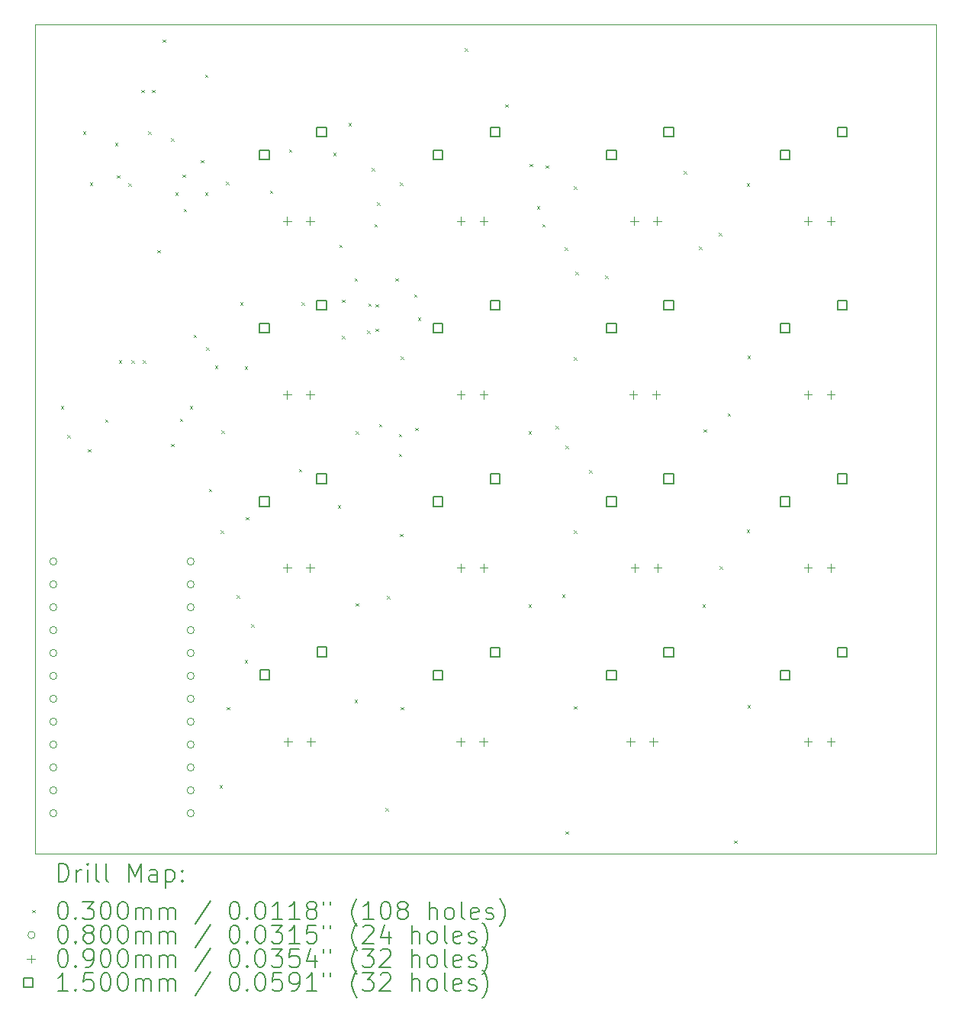
<source format=gbr>
%TF.GenerationSoftware,KiCad,Pcbnew,9.0.0*%
%TF.CreationDate,2025-03-25T02:12:50-05:00*%
%TF.ProjectId,freeMacro_rev_1,66726565-4d61-4637-926f-5f7265765f31,rev?*%
%TF.SameCoordinates,Original*%
%TF.FileFunction,Drillmap*%
%TF.FilePolarity,Positive*%
%FSLAX45Y45*%
G04 Gerber Fmt 4.5, Leading zero omitted, Abs format (unit mm)*
G04 Created by KiCad (PCBNEW 9.0.0) date 2025-03-25 02:12:50*
%MOMM*%
%LPD*%
G01*
G04 APERTURE LIST*
%ADD10C,0.050000*%
%ADD11C,0.200000*%
%ADD12C,0.100000*%
%ADD13C,0.150000*%
G04 APERTURE END LIST*
D10*
X6900000Y-5300000D02*
X16900000Y-5300000D01*
X16900000Y-14500000D01*
X6900000Y-14500000D01*
X6900000Y-5300000D01*
D11*
D12*
X7185000Y-9535000D02*
X7215000Y-9565000D01*
X7215000Y-9535000D02*
X7185000Y-9565000D01*
X7255000Y-9855000D02*
X7285000Y-9885000D01*
X7285000Y-9855000D02*
X7255000Y-9885000D01*
X7428750Y-6488750D02*
X7458750Y-6518750D01*
X7458750Y-6488750D02*
X7428750Y-6518750D01*
X7485000Y-10015000D02*
X7515000Y-10045000D01*
X7515000Y-10015000D02*
X7485000Y-10045000D01*
X7505000Y-7055000D02*
X7535000Y-7085000D01*
X7535000Y-7055000D02*
X7505000Y-7085000D01*
X7675000Y-9685000D02*
X7705000Y-9715000D01*
X7705000Y-9685000D02*
X7675000Y-9715000D01*
X7785000Y-6615000D02*
X7815000Y-6645000D01*
X7815000Y-6615000D02*
X7785000Y-6645000D01*
X7805000Y-6975000D02*
X7835000Y-7005000D01*
X7835000Y-6975000D02*
X7805000Y-7005000D01*
X7825000Y-9025000D02*
X7855000Y-9055000D01*
X7855000Y-9025000D02*
X7825000Y-9055000D01*
X7935000Y-7065000D02*
X7965000Y-7095000D01*
X7965000Y-7065000D02*
X7935000Y-7095000D01*
X7965000Y-9025000D02*
X7995000Y-9055000D01*
X7995000Y-9025000D02*
X7965000Y-9055000D01*
X8075000Y-6025000D02*
X8105000Y-6055000D01*
X8105000Y-6025000D02*
X8075000Y-6055000D01*
X8095000Y-9025000D02*
X8125000Y-9055000D01*
X8125000Y-9025000D02*
X8095000Y-9055000D01*
X8155000Y-6485000D02*
X8185000Y-6515000D01*
X8185000Y-6485000D02*
X8155000Y-6515000D01*
X8195000Y-6025000D02*
X8225000Y-6055000D01*
X8225000Y-6025000D02*
X8195000Y-6055000D01*
X8255000Y-7805000D02*
X8285000Y-7835000D01*
X8285000Y-7805000D02*
X8255000Y-7835000D01*
X8315000Y-5465000D02*
X8345000Y-5495000D01*
X8345000Y-5465000D02*
X8315000Y-5495000D01*
X8405000Y-6565000D02*
X8435000Y-6595000D01*
X8435000Y-6565000D02*
X8405000Y-6595000D01*
X8405000Y-9955000D02*
X8435000Y-9985000D01*
X8435000Y-9955000D02*
X8405000Y-9985000D01*
X8455000Y-7165000D02*
X8485000Y-7195000D01*
X8485000Y-7165000D02*
X8455000Y-7195000D01*
X8505000Y-9675000D02*
X8535000Y-9705000D01*
X8535000Y-9675000D02*
X8505000Y-9705000D01*
X8535000Y-6965000D02*
X8565000Y-6995000D01*
X8565000Y-6965000D02*
X8535000Y-6995000D01*
X8545000Y-7345000D02*
X8575000Y-7375000D01*
X8575000Y-7345000D02*
X8545000Y-7375000D01*
X8615000Y-9535000D02*
X8645000Y-9565000D01*
X8645000Y-9535000D02*
X8615000Y-9565000D01*
X8655000Y-8745000D02*
X8685000Y-8775000D01*
X8685000Y-8745000D02*
X8655000Y-8775000D01*
X8735000Y-6805000D02*
X8765000Y-6835000D01*
X8765000Y-6805000D02*
X8735000Y-6835000D01*
X8785000Y-5855000D02*
X8815000Y-5885000D01*
X8815000Y-5855000D02*
X8785000Y-5885000D01*
X8785000Y-7165000D02*
X8815000Y-7195000D01*
X8815000Y-7165000D02*
X8785000Y-7195000D01*
X8795000Y-8885000D02*
X8825000Y-8915000D01*
X8825000Y-8885000D02*
X8795000Y-8915000D01*
X8825000Y-10455000D02*
X8855000Y-10485000D01*
X8855000Y-10455000D02*
X8825000Y-10485000D01*
X8895000Y-9085000D02*
X8925000Y-9115000D01*
X8925000Y-9085000D02*
X8895000Y-9115000D01*
X8945000Y-13745000D02*
X8975000Y-13775000D01*
X8975000Y-13745000D02*
X8945000Y-13775000D01*
X8955000Y-10915000D02*
X8985000Y-10945000D01*
X8985000Y-10915000D02*
X8955000Y-10945000D01*
X8965000Y-9805000D02*
X8995000Y-9835000D01*
X8995000Y-9805000D02*
X8965000Y-9835000D01*
X9015000Y-7045000D02*
X9045000Y-7075000D01*
X9045000Y-7045000D02*
X9015000Y-7075000D01*
X9025000Y-12875000D02*
X9055000Y-12905000D01*
X9055000Y-12875000D02*
X9025000Y-12905000D01*
X9135000Y-11635000D02*
X9165000Y-11665000D01*
X9165000Y-11635000D02*
X9135000Y-11665000D01*
X9175000Y-8385000D02*
X9205000Y-8415000D01*
X9205000Y-8385000D02*
X9175000Y-8415000D01*
X9225000Y-9095000D02*
X9255000Y-9125000D01*
X9255000Y-9095000D02*
X9225000Y-9125000D01*
X9225000Y-12355000D02*
X9255000Y-12385000D01*
X9255000Y-12355000D02*
X9225000Y-12385000D01*
X9235000Y-10765000D02*
X9265000Y-10795000D01*
X9265000Y-10765000D02*
X9235000Y-10795000D01*
X9295000Y-11955000D02*
X9325000Y-11985000D01*
X9325000Y-11955000D02*
X9295000Y-11985000D01*
X9505000Y-7145000D02*
X9535000Y-7175000D01*
X9535000Y-7145000D02*
X9505000Y-7175000D01*
X9715000Y-6685000D02*
X9745000Y-6715000D01*
X9745000Y-6685000D02*
X9715000Y-6715000D01*
X9825000Y-10235000D02*
X9855000Y-10265000D01*
X9855000Y-10235000D02*
X9825000Y-10265000D01*
X9855000Y-8385000D02*
X9885000Y-8415000D01*
X9885000Y-8385000D02*
X9855000Y-8415000D01*
X10205000Y-6725000D02*
X10235000Y-6755000D01*
X10235000Y-6725000D02*
X10205000Y-6755000D01*
X10255000Y-10635000D02*
X10285000Y-10665000D01*
X10285000Y-10635000D02*
X10255000Y-10665000D01*
X10275000Y-7745000D02*
X10305000Y-7775000D01*
X10305000Y-7745000D02*
X10275000Y-7775000D01*
X10305000Y-8355000D02*
X10335000Y-8385000D01*
X10335000Y-8355000D02*
X10305000Y-8385000D01*
X10305000Y-8755000D02*
X10335000Y-8785000D01*
X10335000Y-8755000D02*
X10305000Y-8785000D01*
X10375000Y-6395000D02*
X10405000Y-6425000D01*
X10405000Y-6395000D02*
X10375000Y-6425000D01*
X10445000Y-8115000D02*
X10475000Y-8145000D01*
X10475000Y-8115000D02*
X10445000Y-8145000D01*
X10445000Y-12795000D02*
X10475000Y-12825000D01*
X10475000Y-12795000D02*
X10445000Y-12825000D01*
X10455000Y-9815000D02*
X10485000Y-9845000D01*
X10485000Y-9815000D02*
X10455000Y-9845000D01*
X10455000Y-11725000D02*
X10485000Y-11755000D01*
X10485000Y-11725000D02*
X10455000Y-11755000D01*
X10585000Y-8695000D02*
X10615000Y-8725000D01*
X10615000Y-8695000D02*
X10585000Y-8725000D01*
X10595000Y-8395000D02*
X10625000Y-8425000D01*
X10625000Y-8395000D02*
X10595000Y-8425000D01*
X10635000Y-6895000D02*
X10665000Y-6925000D01*
X10665000Y-6895000D02*
X10635000Y-6925000D01*
X10665000Y-7515000D02*
X10695000Y-7545000D01*
X10695000Y-7515000D02*
X10665000Y-7545000D01*
X10675000Y-8405000D02*
X10705000Y-8435000D01*
X10705000Y-8405000D02*
X10675000Y-8435000D01*
X10675000Y-8675000D02*
X10705000Y-8705000D01*
X10705000Y-8675000D02*
X10675000Y-8705000D01*
X10695000Y-7275000D02*
X10725000Y-7305000D01*
X10725000Y-7275000D02*
X10695000Y-7305000D01*
X10715000Y-9735000D02*
X10745000Y-9765000D01*
X10745000Y-9735000D02*
X10715000Y-9765000D01*
X10785000Y-13995000D02*
X10815000Y-14025000D01*
X10815000Y-13995000D02*
X10785000Y-14025000D01*
X10805000Y-11645000D02*
X10835000Y-11675000D01*
X10835000Y-11645000D02*
X10805000Y-11675000D01*
X10895000Y-8115000D02*
X10925000Y-8145000D01*
X10925000Y-8115000D02*
X10895000Y-8145000D01*
X10935000Y-9845000D02*
X10965000Y-9875000D01*
X10965000Y-9845000D02*
X10935000Y-9875000D01*
X10935000Y-10065000D02*
X10965000Y-10095000D01*
X10965000Y-10065000D02*
X10935000Y-10095000D01*
X10945000Y-7055000D02*
X10975000Y-7085000D01*
X10975000Y-7055000D02*
X10945000Y-7085000D01*
X10945000Y-10955000D02*
X10975000Y-10985000D01*
X10975000Y-10955000D02*
X10945000Y-10985000D01*
X10955000Y-8985000D02*
X10985000Y-9015000D01*
X10985000Y-8985000D02*
X10955000Y-9015000D01*
X10955000Y-12875000D02*
X10985000Y-12905000D01*
X10985000Y-12875000D02*
X10955000Y-12905000D01*
X11105000Y-8295000D02*
X11135000Y-8325000D01*
X11135000Y-8295000D02*
X11105000Y-8325000D01*
X11115000Y-9775000D02*
X11145000Y-9805000D01*
X11145000Y-9775000D02*
X11115000Y-9805000D01*
X11145000Y-8555000D02*
X11175000Y-8585000D01*
X11175000Y-8555000D02*
X11145000Y-8585000D01*
X11665000Y-5565000D02*
X11695000Y-5595000D01*
X11695000Y-5565000D02*
X11665000Y-5595000D01*
X12115000Y-6185000D02*
X12145000Y-6215000D01*
X12145000Y-6185000D02*
X12115000Y-6215000D01*
X12375000Y-9815000D02*
X12405000Y-9845000D01*
X12405000Y-9815000D02*
X12375000Y-9845000D01*
X12375000Y-11735000D02*
X12405000Y-11765000D01*
X12405000Y-11735000D02*
X12375000Y-11765000D01*
X12385000Y-6845000D02*
X12415000Y-6875000D01*
X12415000Y-6845000D02*
X12385000Y-6875000D01*
X12465000Y-7315000D02*
X12495000Y-7345000D01*
X12495000Y-7315000D02*
X12465000Y-7345000D01*
X12525000Y-7515000D02*
X12555000Y-7545000D01*
X12555000Y-7515000D02*
X12525000Y-7545000D01*
X12565000Y-6865000D02*
X12595000Y-6895000D01*
X12595000Y-6865000D02*
X12565000Y-6895000D01*
X12675000Y-9755000D02*
X12705000Y-9785000D01*
X12705000Y-9755000D02*
X12675000Y-9785000D01*
X12745000Y-11625000D02*
X12775000Y-11655000D01*
X12775000Y-11625000D02*
X12745000Y-11655000D01*
X12775000Y-7775000D02*
X12805000Y-7805000D01*
X12805000Y-7775000D02*
X12775000Y-7805000D01*
X12785000Y-9975000D02*
X12815000Y-10005000D01*
X12815000Y-9975000D02*
X12785000Y-10005000D01*
X12785000Y-14255000D02*
X12815000Y-14285000D01*
X12815000Y-14255000D02*
X12785000Y-14285000D01*
X12875000Y-7095000D02*
X12905000Y-7125000D01*
X12905000Y-7095000D02*
X12875000Y-7125000D01*
X12875000Y-8995000D02*
X12905000Y-9025000D01*
X12905000Y-8995000D02*
X12875000Y-9025000D01*
X12875000Y-10915000D02*
X12905000Y-10945000D01*
X12905000Y-10915000D02*
X12875000Y-10945000D01*
X12875000Y-12865000D02*
X12905000Y-12895000D01*
X12905000Y-12865000D02*
X12875000Y-12895000D01*
X12895000Y-8045000D02*
X12925000Y-8075000D01*
X12925000Y-8045000D02*
X12895000Y-8075000D01*
X13045000Y-10245000D02*
X13075000Y-10275000D01*
X13075000Y-10245000D02*
X13045000Y-10275000D01*
X13225000Y-8085000D02*
X13255000Y-8115000D01*
X13255000Y-8085000D02*
X13225000Y-8115000D01*
X14095000Y-6925000D02*
X14125000Y-6955000D01*
X14125000Y-6925000D02*
X14095000Y-6955000D01*
X14265000Y-7765000D02*
X14295000Y-7795000D01*
X14295000Y-7765000D02*
X14265000Y-7795000D01*
X14305000Y-11735000D02*
X14335000Y-11765000D01*
X14335000Y-11735000D02*
X14305000Y-11765000D01*
X14315000Y-9795000D02*
X14345000Y-9825000D01*
X14345000Y-9795000D02*
X14315000Y-9825000D01*
X14485000Y-7615000D02*
X14515000Y-7645000D01*
X14515000Y-7615000D02*
X14485000Y-7645000D01*
X14495000Y-11315000D02*
X14525000Y-11345000D01*
X14525000Y-11315000D02*
X14495000Y-11345000D01*
X14585000Y-9615000D02*
X14615000Y-9645000D01*
X14615000Y-9615000D02*
X14585000Y-9645000D01*
X14655000Y-14355000D02*
X14685000Y-14385000D01*
X14685000Y-14355000D02*
X14655000Y-14385000D01*
X14795000Y-7065000D02*
X14825000Y-7095000D01*
X14825000Y-7065000D02*
X14795000Y-7095000D01*
X14795000Y-10905000D02*
X14825000Y-10935000D01*
X14825000Y-10905000D02*
X14795000Y-10935000D01*
X14805000Y-8975000D02*
X14835000Y-9005000D01*
X14835000Y-8975000D02*
X14805000Y-9005000D01*
X14805000Y-12855000D02*
X14835000Y-12885000D01*
X14835000Y-12855000D02*
X14805000Y-12885000D01*
X7140000Y-11260000D02*
G75*
G02*
X7060000Y-11260000I-40000J0D01*
G01*
X7060000Y-11260000D02*
G75*
G02*
X7140000Y-11260000I40000J0D01*
G01*
X7140000Y-11514000D02*
G75*
G02*
X7060000Y-11514000I-40000J0D01*
G01*
X7060000Y-11514000D02*
G75*
G02*
X7140000Y-11514000I40000J0D01*
G01*
X7140000Y-11768000D02*
G75*
G02*
X7060000Y-11768000I-40000J0D01*
G01*
X7060000Y-11768000D02*
G75*
G02*
X7140000Y-11768000I40000J0D01*
G01*
X7140000Y-12022000D02*
G75*
G02*
X7060000Y-12022000I-40000J0D01*
G01*
X7060000Y-12022000D02*
G75*
G02*
X7140000Y-12022000I40000J0D01*
G01*
X7140000Y-12276000D02*
G75*
G02*
X7060000Y-12276000I-40000J0D01*
G01*
X7060000Y-12276000D02*
G75*
G02*
X7140000Y-12276000I40000J0D01*
G01*
X7140000Y-12530000D02*
G75*
G02*
X7060000Y-12530000I-40000J0D01*
G01*
X7060000Y-12530000D02*
G75*
G02*
X7140000Y-12530000I40000J0D01*
G01*
X7140000Y-12784000D02*
G75*
G02*
X7060000Y-12784000I-40000J0D01*
G01*
X7060000Y-12784000D02*
G75*
G02*
X7140000Y-12784000I40000J0D01*
G01*
X7140000Y-13038000D02*
G75*
G02*
X7060000Y-13038000I-40000J0D01*
G01*
X7060000Y-13038000D02*
G75*
G02*
X7140000Y-13038000I40000J0D01*
G01*
X7140000Y-13292000D02*
G75*
G02*
X7060000Y-13292000I-40000J0D01*
G01*
X7060000Y-13292000D02*
G75*
G02*
X7140000Y-13292000I40000J0D01*
G01*
X7140000Y-13546000D02*
G75*
G02*
X7060000Y-13546000I-40000J0D01*
G01*
X7060000Y-13546000D02*
G75*
G02*
X7140000Y-13546000I40000J0D01*
G01*
X7140000Y-13800000D02*
G75*
G02*
X7060000Y-13800000I-40000J0D01*
G01*
X7060000Y-13800000D02*
G75*
G02*
X7140000Y-13800000I40000J0D01*
G01*
X7140000Y-14054000D02*
G75*
G02*
X7060000Y-14054000I-40000J0D01*
G01*
X7060000Y-14054000D02*
G75*
G02*
X7140000Y-14054000I40000J0D01*
G01*
X8664000Y-11260000D02*
G75*
G02*
X8584000Y-11260000I-40000J0D01*
G01*
X8584000Y-11260000D02*
G75*
G02*
X8664000Y-11260000I40000J0D01*
G01*
X8664000Y-11514000D02*
G75*
G02*
X8584000Y-11514000I-40000J0D01*
G01*
X8584000Y-11514000D02*
G75*
G02*
X8664000Y-11514000I40000J0D01*
G01*
X8664000Y-11768000D02*
G75*
G02*
X8584000Y-11768000I-40000J0D01*
G01*
X8584000Y-11768000D02*
G75*
G02*
X8664000Y-11768000I40000J0D01*
G01*
X8664000Y-12022000D02*
G75*
G02*
X8584000Y-12022000I-40000J0D01*
G01*
X8584000Y-12022000D02*
G75*
G02*
X8664000Y-12022000I40000J0D01*
G01*
X8664000Y-12276000D02*
G75*
G02*
X8584000Y-12276000I-40000J0D01*
G01*
X8584000Y-12276000D02*
G75*
G02*
X8664000Y-12276000I40000J0D01*
G01*
X8664000Y-12530000D02*
G75*
G02*
X8584000Y-12530000I-40000J0D01*
G01*
X8584000Y-12530000D02*
G75*
G02*
X8664000Y-12530000I40000J0D01*
G01*
X8664000Y-12784000D02*
G75*
G02*
X8584000Y-12784000I-40000J0D01*
G01*
X8584000Y-12784000D02*
G75*
G02*
X8664000Y-12784000I40000J0D01*
G01*
X8664000Y-13038000D02*
G75*
G02*
X8584000Y-13038000I-40000J0D01*
G01*
X8584000Y-13038000D02*
G75*
G02*
X8664000Y-13038000I40000J0D01*
G01*
X8664000Y-13292000D02*
G75*
G02*
X8584000Y-13292000I-40000J0D01*
G01*
X8584000Y-13292000D02*
G75*
G02*
X8664000Y-13292000I40000J0D01*
G01*
X8664000Y-13546000D02*
G75*
G02*
X8584000Y-13546000I-40000J0D01*
G01*
X8584000Y-13546000D02*
G75*
G02*
X8664000Y-13546000I40000J0D01*
G01*
X8664000Y-13800000D02*
G75*
G02*
X8584000Y-13800000I-40000J0D01*
G01*
X8584000Y-13800000D02*
G75*
G02*
X8664000Y-13800000I40000J0D01*
G01*
X8664000Y-14054000D02*
G75*
G02*
X8584000Y-14054000I-40000J0D01*
G01*
X8584000Y-14054000D02*
G75*
G02*
X8664000Y-14054000I40000J0D01*
G01*
X9696000Y-7435000D02*
X9696000Y-7525000D01*
X9651000Y-7480000D02*
X9741000Y-7480000D01*
X9696000Y-9365000D02*
X9696000Y-9455000D01*
X9651000Y-9410000D02*
X9741000Y-9410000D01*
X9696000Y-11285000D02*
X9696000Y-11375000D01*
X9651000Y-11330000D02*
X9741000Y-11330000D01*
X9703500Y-13215000D02*
X9703500Y-13305000D01*
X9658500Y-13260000D02*
X9748500Y-13260000D01*
X9950000Y-7435000D02*
X9950000Y-7525000D01*
X9905000Y-7480000D02*
X9995000Y-7480000D01*
X9950000Y-9365000D02*
X9950000Y-9455000D01*
X9905000Y-9410000D02*
X9995000Y-9410000D01*
X9950000Y-11285000D02*
X9950000Y-11375000D01*
X9905000Y-11330000D02*
X9995000Y-11330000D01*
X9957500Y-13215000D02*
X9957500Y-13305000D01*
X9912500Y-13260000D02*
X10002500Y-13260000D01*
X11620000Y-13215000D02*
X11620000Y-13305000D01*
X11575000Y-13260000D02*
X11665000Y-13260000D01*
X11623500Y-7435000D02*
X11623500Y-7525000D01*
X11578500Y-7480000D02*
X11668500Y-7480000D01*
X11623500Y-9365000D02*
X11623500Y-9455000D01*
X11578500Y-9410000D02*
X11668500Y-9410000D01*
X11623500Y-11285000D02*
X11623500Y-11375000D01*
X11578500Y-11330000D02*
X11668500Y-11330000D01*
X11874000Y-13215000D02*
X11874000Y-13305000D01*
X11829000Y-13260000D02*
X11919000Y-13260000D01*
X11877500Y-7435000D02*
X11877500Y-7525000D01*
X11832500Y-7480000D02*
X11922500Y-7480000D01*
X11877500Y-9365000D02*
X11877500Y-9455000D01*
X11832500Y-9410000D02*
X11922500Y-9410000D01*
X11877500Y-11285000D02*
X11877500Y-11375000D01*
X11832500Y-11330000D02*
X11922500Y-11330000D01*
X13503500Y-13215000D02*
X13503500Y-13305000D01*
X13458500Y-13260000D02*
X13548500Y-13260000D01*
X13536000Y-9365000D02*
X13536000Y-9455000D01*
X13491000Y-9410000D02*
X13581000Y-9410000D01*
X13546000Y-7435000D02*
X13546000Y-7525000D01*
X13501000Y-7480000D02*
X13591000Y-7480000D01*
X13553500Y-11285000D02*
X13553500Y-11375000D01*
X13508500Y-11330000D02*
X13598500Y-11330000D01*
X13757500Y-13215000D02*
X13757500Y-13305000D01*
X13712500Y-13260000D02*
X13802500Y-13260000D01*
X13790000Y-9365000D02*
X13790000Y-9455000D01*
X13745000Y-9410000D02*
X13835000Y-9410000D01*
X13800000Y-7435000D02*
X13800000Y-7525000D01*
X13755000Y-7480000D02*
X13845000Y-7480000D01*
X13807500Y-11285000D02*
X13807500Y-11375000D01*
X13762500Y-11330000D02*
X13852500Y-11330000D01*
X15473500Y-11285000D02*
X15473500Y-11375000D01*
X15428500Y-11330000D02*
X15518500Y-11330000D01*
X15476000Y-7435000D02*
X15476000Y-7525000D01*
X15431000Y-7480000D02*
X15521000Y-7480000D01*
X15476000Y-9365000D02*
X15476000Y-9455000D01*
X15431000Y-9410000D02*
X15521000Y-9410000D01*
X15476000Y-13215000D02*
X15476000Y-13305000D01*
X15431000Y-13260000D02*
X15521000Y-13260000D01*
X15727500Y-11285000D02*
X15727500Y-11375000D01*
X15682500Y-11330000D02*
X15772500Y-11330000D01*
X15730000Y-7435000D02*
X15730000Y-7525000D01*
X15685000Y-7480000D02*
X15775000Y-7480000D01*
X15730000Y-9365000D02*
X15730000Y-9455000D01*
X15685000Y-9410000D02*
X15775000Y-9410000D01*
X15730000Y-13215000D02*
X15730000Y-13305000D01*
X15685000Y-13260000D02*
X15775000Y-13260000D01*
D13*
X9497034Y-6799033D02*
X9497034Y-6692966D01*
X9390967Y-6692966D01*
X9390967Y-6799033D01*
X9497034Y-6799033D01*
X9497034Y-8724034D02*
X9497034Y-8617967D01*
X9390967Y-8617967D01*
X9390967Y-8724034D01*
X9497034Y-8724034D01*
X9497034Y-10649034D02*
X9497034Y-10542967D01*
X9390967Y-10542967D01*
X9390967Y-10649034D01*
X9497034Y-10649034D01*
X9498034Y-12572033D02*
X9498034Y-12465966D01*
X9391967Y-12465966D01*
X9391967Y-12572033D01*
X9498034Y-12572033D01*
X10132034Y-6545033D02*
X10132034Y-6438966D01*
X10025967Y-6438966D01*
X10025967Y-6545033D01*
X10132034Y-6545033D01*
X10132034Y-8470034D02*
X10132034Y-8363966D01*
X10025967Y-8363966D01*
X10025967Y-8470034D01*
X10132034Y-8470034D01*
X10132034Y-10395034D02*
X10132034Y-10288967D01*
X10025967Y-10288967D01*
X10025967Y-10395034D01*
X10132034Y-10395034D01*
X10133034Y-12318033D02*
X10133034Y-12211966D01*
X10026967Y-12211966D01*
X10026967Y-12318033D01*
X10133034Y-12318033D01*
X11422033Y-6799033D02*
X11422033Y-6692966D01*
X11315966Y-6692966D01*
X11315966Y-6799033D01*
X11422033Y-6799033D01*
X11422033Y-8724034D02*
X11422033Y-8617967D01*
X11315966Y-8617967D01*
X11315966Y-8724034D01*
X11422033Y-8724034D01*
X11423033Y-10648034D02*
X11423033Y-10541967D01*
X11316966Y-10541967D01*
X11316966Y-10648034D01*
X11423033Y-10648034D01*
X11423033Y-12573033D02*
X11423033Y-12466966D01*
X11316966Y-12466966D01*
X11316966Y-12573033D01*
X11423033Y-12573033D01*
X12057033Y-6545033D02*
X12057033Y-6438966D01*
X11950966Y-6438966D01*
X11950966Y-6545033D01*
X12057033Y-6545033D01*
X12057033Y-8470034D02*
X12057033Y-8363966D01*
X11950966Y-8363966D01*
X11950966Y-8470034D01*
X12057033Y-8470034D01*
X12058033Y-10394034D02*
X12058033Y-10287967D01*
X11951966Y-10287967D01*
X11951966Y-10394034D01*
X12058033Y-10394034D01*
X12058033Y-12319033D02*
X12058033Y-12212966D01*
X11951966Y-12212966D01*
X11951966Y-12319033D01*
X12058033Y-12319033D01*
X13347033Y-6799033D02*
X13347033Y-6692966D01*
X13240966Y-6692966D01*
X13240966Y-6799033D01*
X13347033Y-6799033D01*
X13347033Y-8724034D02*
X13347033Y-8617967D01*
X13240966Y-8617967D01*
X13240966Y-8724034D01*
X13347033Y-8724034D01*
X13347033Y-10648034D02*
X13347033Y-10541967D01*
X13240966Y-10541967D01*
X13240966Y-10648034D01*
X13347033Y-10648034D01*
X13348033Y-12573033D02*
X13348033Y-12466966D01*
X13241966Y-12466966D01*
X13241966Y-12573033D01*
X13348033Y-12573033D01*
X13982033Y-6545033D02*
X13982033Y-6438966D01*
X13875966Y-6438966D01*
X13875966Y-6545033D01*
X13982033Y-6545033D01*
X13982033Y-8470034D02*
X13982033Y-8363966D01*
X13875966Y-8363966D01*
X13875966Y-8470034D01*
X13982033Y-8470034D01*
X13982033Y-10394034D02*
X13982033Y-10287967D01*
X13875966Y-10287967D01*
X13875966Y-10394034D01*
X13982033Y-10394034D01*
X13983033Y-12319033D02*
X13983033Y-12212966D01*
X13876966Y-12212966D01*
X13876966Y-12319033D01*
X13983033Y-12319033D01*
X15272033Y-6799033D02*
X15272033Y-6692966D01*
X15165966Y-6692966D01*
X15165966Y-6799033D01*
X15272033Y-6799033D01*
X15272033Y-8724034D02*
X15272033Y-8617967D01*
X15165966Y-8617967D01*
X15165966Y-8724034D01*
X15272033Y-8724034D01*
X15272033Y-12574033D02*
X15272033Y-12467966D01*
X15165966Y-12467966D01*
X15165966Y-12574033D01*
X15272033Y-12574033D01*
X15273033Y-10647034D02*
X15273033Y-10540967D01*
X15166966Y-10540967D01*
X15166966Y-10647034D01*
X15273033Y-10647034D01*
X15907033Y-6545033D02*
X15907033Y-6438966D01*
X15800966Y-6438966D01*
X15800966Y-6545033D01*
X15907033Y-6545033D01*
X15907033Y-8470034D02*
X15907033Y-8363966D01*
X15800966Y-8363966D01*
X15800966Y-8470034D01*
X15907033Y-8470034D01*
X15907033Y-12320033D02*
X15907033Y-12213966D01*
X15800966Y-12213966D01*
X15800966Y-12320033D01*
X15907033Y-12320033D01*
X15908033Y-10393034D02*
X15908033Y-10286967D01*
X15801966Y-10286967D01*
X15801966Y-10393034D01*
X15908033Y-10393034D01*
D11*
X7158277Y-14813984D02*
X7158277Y-14613984D01*
X7158277Y-14613984D02*
X7205896Y-14613984D01*
X7205896Y-14613984D02*
X7234467Y-14623508D01*
X7234467Y-14623508D02*
X7253515Y-14642555D01*
X7253515Y-14642555D02*
X7263039Y-14661603D01*
X7263039Y-14661603D02*
X7272562Y-14699698D01*
X7272562Y-14699698D02*
X7272562Y-14728269D01*
X7272562Y-14728269D02*
X7263039Y-14766365D01*
X7263039Y-14766365D02*
X7253515Y-14785412D01*
X7253515Y-14785412D02*
X7234467Y-14804460D01*
X7234467Y-14804460D02*
X7205896Y-14813984D01*
X7205896Y-14813984D02*
X7158277Y-14813984D01*
X7358277Y-14813984D02*
X7358277Y-14680650D01*
X7358277Y-14718746D02*
X7367801Y-14699698D01*
X7367801Y-14699698D02*
X7377324Y-14690174D01*
X7377324Y-14690174D02*
X7396372Y-14680650D01*
X7396372Y-14680650D02*
X7415420Y-14680650D01*
X7482086Y-14813984D02*
X7482086Y-14680650D01*
X7482086Y-14613984D02*
X7472562Y-14623508D01*
X7472562Y-14623508D02*
X7482086Y-14633031D01*
X7482086Y-14633031D02*
X7491610Y-14623508D01*
X7491610Y-14623508D02*
X7482086Y-14613984D01*
X7482086Y-14613984D02*
X7482086Y-14633031D01*
X7605896Y-14813984D02*
X7586848Y-14804460D01*
X7586848Y-14804460D02*
X7577324Y-14785412D01*
X7577324Y-14785412D02*
X7577324Y-14613984D01*
X7710658Y-14813984D02*
X7691610Y-14804460D01*
X7691610Y-14804460D02*
X7682086Y-14785412D01*
X7682086Y-14785412D02*
X7682086Y-14613984D01*
X7939229Y-14813984D02*
X7939229Y-14613984D01*
X7939229Y-14613984D02*
X8005896Y-14756841D01*
X8005896Y-14756841D02*
X8072562Y-14613984D01*
X8072562Y-14613984D02*
X8072562Y-14813984D01*
X8253515Y-14813984D02*
X8253515Y-14709222D01*
X8253515Y-14709222D02*
X8243991Y-14690174D01*
X8243991Y-14690174D02*
X8224943Y-14680650D01*
X8224943Y-14680650D02*
X8186848Y-14680650D01*
X8186848Y-14680650D02*
X8167801Y-14690174D01*
X8253515Y-14804460D02*
X8234467Y-14813984D01*
X8234467Y-14813984D02*
X8186848Y-14813984D01*
X8186848Y-14813984D02*
X8167801Y-14804460D01*
X8167801Y-14804460D02*
X8158277Y-14785412D01*
X8158277Y-14785412D02*
X8158277Y-14766365D01*
X8158277Y-14766365D02*
X8167801Y-14747317D01*
X8167801Y-14747317D02*
X8186848Y-14737793D01*
X8186848Y-14737793D02*
X8234467Y-14737793D01*
X8234467Y-14737793D02*
X8253515Y-14728269D01*
X8348753Y-14680650D02*
X8348753Y-14880650D01*
X8348753Y-14690174D02*
X8367801Y-14680650D01*
X8367801Y-14680650D02*
X8405896Y-14680650D01*
X8405896Y-14680650D02*
X8424944Y-14690174D01*
X8424944Y-14690174D02*
X8434467Y-14699698D01*
X8434467Y-14699698D02*
X8443991Y-14718746D01*
X8443991Y-14718746D02*
X8443991Y-14775888D01*
X8443991Y-14775888D02*
X8434467Y-14794936D01*
X8434467Y-14794936D02*
X8424944Y-14804460D01*
X8424944Y-14804460D02*
X8405896Y-14813984D01*
X8405896Y-14813984D02*
X8367801Y-14813984D01*
X8367801Y-14813984D02*
X8348753Y-14804460D01*
X8529705Y-14794936D02*
X8539229Y-14804460D01*
X8539229Y-14804460D02*
X8529705Y-14813984D01*
X8529705Y-14813984D02*
X8520182Y-14804460D01*
X8520182Y-14804460D02*
X8529705Y-14794936D01*
X8529705Y-14794936D02*
X8529705Y-14813984D01*
X8529705Y-14690174D02*
X8539229Y-14699698D01*
X8539229Y-14699698D02*
X8529705Y-14709222D01*
X8529705Y-14709222D02*
X8520182Y-14699698D01*
X8520182Y-14699698D02*
X8529705Y-14690174D01*
X8529705Y-14690174D02*
X8529705Y-14709222D01*
D12*
X6867500Y-15127500D02*
X6897500Y-15157500D01*
X6897500Y-15127500D02*
X6867500Y-15157500D01*
D11*
X7196372Y-15033984D02*
X7215420Y-15033984D01*
X7215420Y-15033984D02*
X7234467Y-15043508D01*
X7234467Y-15043508D02*
X7243991Y-15053031D01*
X7243991Y-15053031D02*
X7253515Y-15072079D01*
X7253515Y-15072079D02*
X7263039Y-15110174D01*
X7263039Y-15110174D02*
X7263039Y-15157793D01*
X7263039Y-15157793D02*
X7253515Y-15195888D01*
X7253515Y-15195888D02*
X7243991Y-15214936D01*
X7243991Y-15214936D02*
X7234467Y-15224460D01*
X7234467Y-15224460D02*
X7215420Y-15233984D01*
X7215420Y-15233984D02*
X7196372Y-15233984D01*
X7196372Y-15233984D02*
X7177324Y-15224460D01*
X7177324Y-15224460D02*
X7167801Y-15214936D01*
X7167801Y-15214936D02*
X7158277Y-15195888D01*
X7158277Y-15195888D02*
X7148753Y-15157793D01*
X7148753Y-15157793D02*
X7148753Y-15110174D01*
X7148753Y-15110174D02*
X7158277Y-15072079D01*
X7158277Y-15072079D02*
X7167801Y-15053031D01*
X7167801Y-15053031D02*
X7177324Y-15043508D01*
X7177324Y-15043508D02*
X7196372Y-15033984D01*
X7348753Y-15214936D02*
X7358277Y-15224460D01*
X7358277Y-15224460D02*
X7348753Y-15233984D01*
X7348753Y-15233984D02*
X7339229Y-15224460D01*
X7339229Y-15224460D02*
X7348753Y-15214936D01*
X7348753Y-15214936D02*
X7348753Y-15233984D01*
X7424943Y-15033984D02*
X7548753Y-15033984D01*
X7548753Y-15033984D02*
X7482086Y-15110174D01*
X7482086Y-15110174D02*
X7510658Y-15110174D01*
X7510658Y-15110174D02*
X7529705Y-15119698D01*
X7529705Y-15119698D02*
X7539229Y-15129222D01*
X7539229Y-15129222D02*
X7548753Y-15148269D01*
X7548753Y-15148269D02*
X7548753Y-15195888D01*
X7548753Y-15195888D02*
X7539229Y-15214936D01*
X7539229Y-15214936D02*
X7529705Y-15224460D01*
X7529705Y-15224460D02*
X7510658Y-15233984D01*
X7510658Y-15233984D02*
X7453515Y-15233984D01*
X7453515Y-15233984D02*
X7434467Y-15224460D01*
X7434467Y-15224460D02*
X7424943Y-15214936D01*
X7672562Y-15033984D02*
X7691610Y-15033984D01*
X7691610Y-15033984D02*
X7710658Y-15043508D01*
X7710658Y-15043508D02*
X7720182Y-15053031D01*
X7720182Y-15053031D02*
X7729705Y-15072079D01*
X7729705Y-15072079D02*
X7739229Y-15110174D01*
X7739229Y-15110174D02*
X7739229Y-15157793D01*
X7739229Y-15157793D02*
X7729705Y-15195888D01*
X7729705Y-15195888D02*
X7720182Y-15214936D01*
X7720182Y-15214936D02*
X7710658Y-15224460D01*
X7710658Y-15224460D02*
X7691610Y-15233984D01*
X7691610Y-15233984D02*
X7672562Y-15233984D01*
X7672562Y-15233984D02*
X7653515Y-15224460D01*
X7653515Y-15224460D02*
X7643991Y-15214936D01*
X7643991Y-15214936D02*
X7634467Y-15195888D01*
X7634467Y-15195888D02*
X7624943Y-15157793D01*
X7624943Y-15157793D02*
X7624943Y-15110174D01*
X7624943Y-15110174D02*
X7634467Y-15072079D01*
X7634467Y-15072079D02*
X7643991Y-15053031D01*
X7643991Y-15053031D02*
X7653515Y-15043508D01*
X7653515Y-15043508D02*
X7672562Y-15033984D01*
X7863039Y-15033984D02*
X7882086Y-15033984D01*
X7882086Y-15033984D02*
X7901134Y-15043508D01*
X7901134Y-15043508D02*
X7910658Y-15053031D01*
X7910658Y-15053031D02*
X7920182Y-15072079D01*
X7920182Y-15072079D02*
X7929705Y-15110174D01*
X7929705Y-15110174D02*
X7929705Y-15157793D01*
X7929705Y-15157793D02*
X7920182Y-15195888D01*
X7920182Y-15195888D02*
X7910658Y-15214936D01*
X7910658Y-15214936D02*
X7901134Y-15224460D01*
X7901134Y-15224460D02*
X7882086Y-15233984D01*
X7882086Y-15233984D02*
X7863039Y-15233984D01*
X7863039Y-15233984D02*
X7843991Y-15224460D01*
X7843991Y-15224460D02*
X7834467Y-15214936D01*
X7834467Y-15214936D02*
X7824943Y-15195888D01*
X7824943Y-15195888D02*
X7815420Y-15157793D01*
X7815420Y-15157793D02*
X7815420Y-15110174D01*
X7815420Y-15110174D02*
X7824943Y-15072079D01*
X7824943Y-15072079D02*
X7834467Y-15053031D01*
X7834467Y-15053031D02*
X7843991Y-15043508D01*
X7843991Y-15043508D02*
X7863039Y-15033984D01*
X8015420Y-15233984D02*
X8015420Y-15100650D01*
X8015420Y-15119698D02*
X8024943Y-15110174D01*
X8024943Y-15110174D02*
X8043991Y-15100650D01*
X8043991Y-15100650D02*
X8072563Y-15100650D01*
X8072563Y-15100650D02*
X8091610Y-15110174D01*
X8091610Y-15110174D02*
X8101134Y-15129222D01*
X8101134Y-15129222D02*
X8101134Y-15233984D01*
X8101134Y-15129222D02*
X8110658Y-15110174D01*
X8110658Y-15110174D02*
X8129705Y-15100650D01*
X8129705Y-15100650D02*
X8158277Y-15100650D01*
X8158277Y-15100650D02*
X8177324Y-15110174D01*
X8177324Y-15110174D02*
X8186848Y-15129222D01*
X8186848Y-15129222D02*
X8186848Y-15233984D01*
X8282086Y-15233984D02*
X8282086Y-15100650D01*
X8282086Y-15119698D02*
X8291610Y-15110174D01*
X8291610Y-15110174D02*
X8310658Y-15100650D01*
X8310658Y-15100650D02*
X8339229Y-15100650D01*
X8339229Y-15100650D02*
X8358277Y-15110174D01*
X8358277Y-15110174D02*
X8367801Y-15129222D01*
X8367801Y-15129222D02*
X8367801Y-15233984D01*
X8367801Y-15129222D02*
X8377324Y-15110174D01*
X8377324Y-15110174D02*
X8396372Y-15100650D01*
X8396372Y-15100650D02*
X8424944Y-15100650D01*
X8424944Y-15100650D02*
X8443991Y-15110174D01*
X8443991Y-15110174D02*
X8453515Y-15129222D01*
X8453515Y-15129222D02*
X8453515Y-15233984D01*
X8843991Y-15024460D02*
X8672563Y-15281603D01*
X9101134Y-15033984D02*
X9120182Y-15033984D01*
X9120182Y-15033984D02*
X9139229Y-15043508D01*
X9139229Y-15043508D02*
X9148753Y-15053031D01*
X9148753Y-15053031D02*
X9158277Y-15072079D01*
X9158277Y-15072079D02*
X9167801Y-15110174D01*
X9167801Y-15110174D02*
X9167801Y-15157793D01*
X9167801Y-15157793D02*
X9158277Y-15195888D01*
X9158277Y-15195888D02*
X9148753Y-15214936D01*
X9148753Y-15214936D02*
X9139229Y-15224460D01*
X9139229Y-15224460D02*
X9120182Y-15233984D01*
X9120182Y-15233984D02*
X9101134Y-15233984D01*
X9101134Y-15233984D02*
X9082087Y-15224460D01*
X9082087Y-15224460D02*
X9072563Y-15214936D01*
X9072563Y-15214936D02*
X9063039Y-15195888D01*
X9063039Y-15195888D02*
X9053515Y-15157793D01*
X9053515Y-15157793D02*
X9053515Y-15110174D01*
X9053515Y-15110174D02*
X9063039Y-15072079D01*
X9063039Y-15072079D02*
X9072563Y-15053031D01*
X9072563Y-15053031D02*
X9082087Y-15043508D01*
X9082087Y-15043508D02*
X9101134Y-15033984D01*
X9253515Y-15214936D02*
X9263039Y-15224460D01*
X9263039Y-15224460D02*
X9253515Y-15233984D01*
X9253515Y-15233984D02*
X9243991Y-15224460D01*
X9243991Y-15224460D02*
X9253515Y-15214936D01*
X9253515Y-15214936D02*
X9253515Y-15233984D01*
X9386848Y-15033984D02*
X9405896Y-15033984D01*
X9405896Y-15033984D02*
X9424944Y-15043508D01*
X9424944Y-15043508D02*
X9434468Y-15053031D01*
X9434468Y-15053031D02*
X9443991Y-15072079D01*
X9443991Y-15072079D02*
X9453515Y-15110174D01*
X9453515Y-15110174D02*
X9453515Y-15157793D01*
X9453515Y-15157793D02*
X9443991Y-15195888D01*
X9443991Y-15195888D02*
X9434468Y-15214936D01*
X9434468Y-15214936D02*
X9424944Y-15224460D01*
X9424944Y-15224460D02*
X9405896Y-15233984D01*
X9405896Y-15233984D02*
X9386848Y-15233984D01*
X9386848Y-15233984D02*
X9367801Y-15224460D01*
X9367801Y-15224460D02*
X9358277Y-15214936D01*
X9358277Y-15214936D02*
X9348753Y-15195888D01*
X9348753Y-15195888D02*
X9339229Y-15157793D01*
X9339229Y-15157793D02*
X9339229Y-15110174D01*
X9339229Y-15110174D02*
X9348753Y-15072079D01*
X9348753Y-15072079D02*
X9358277Y-15053031D01*
X9358277Y-15053031D02*
X9367801Y-15043508D01*
X9367801Y-15043508D02*
X9386848Y-15033984D01*
X9643991Y-15233984D02*
X9529706Y-15233984D01*
X9586848Y-15233984D02*
X9586848Y-15033984D01*
X9586848Y-15033984D02*
X9567801Y-15062555D01*
X9567801Y-15062555D02*
X9548753Y-15081603D01*
X9548753Y-15081603D02*
X9529706Y-15091127D01*
X9834468Y-15233984D02*
X9720182Y-15233984D01*
X9777325Y-15233984D02*
X9777325Y-15033984D01*
X9777325Y-15033984D02*
X9758277Y-15062555D01*
X9758277Y-15062555D02*
X9739229Y-15081603D01*
X9739229Y-15081603D02*
X9720182Y-15091127D01*
X9948753Y-15119698D02*
X9929706Y-15110174D01*
X9929706Y-15110174D02*
X9920182Y-15100650D01*
X9920182Y-15100650D02*
X9910658Y-15081603D01*
X9910658Y-15081603D02*
X9910658Y-15072079D01*
X9910658Y-15072079D02*
X9920182Y-15053031D01*
X9920182Y-15053031D02*
X9929706Y-15043508D01*
X9929706Y-15043508D02*
X9948753Y-15033984D01*
X9948753Y-15033984D02*
X9986849Y-15033984D01*
X9986849Y-15033984D02*
X10005896Y-15043508D01*
X10005896Y-15043508D02*
X10015420Y-15053031D01*
X10015420Y-15053031D02*
X10024944Y-15072079D01*
X10024944Y-15072079D02*
X10024944Y-15081603D01*
X10024944Y-15081603D02*
X10015420Y-15100650D01*
X10015420Y-15100650D02*
X10005896Y-15110174D01*
X10005896Y-15110174D02*
X9986849Y-15119698D01*
X9986849Y-15119698D02*
X9948753Y-15119698D01*
X9948753Y-15119698D02*
X9929706Y-15129222D01*
X9929706Y-15129222D02*
X9920182Y-15138746D01*
X9920182Y-15138746D02*
X9910658Y-15157793D01*
X9910658Y-15157793D02*
X9910658Y-15195888D01*
X9910658Y-15195888D02*
X9920182Y-15214936D01*
X9920182Y-15214936D02*
X9929706Y-15224460D01*
X9929706Y-15224460D02*
X9948753Y-15233984D01*
X9948753Y-15233984D02*
X9986849Y-15233984D01*
X9986849Y-15233984D02*
X10005896Y-15224460D01*
X10005896Y-15224460D02*
X10015420Y-15214936D01*
X10015420Y-15214936D02*
X10024944Y-15195888D01*
X10024944Y-15195888D02*
X10024944Y-15157793D01*
X10024944Y-15157793D02*
X10015420Y-15138746D01*
X10015420Y-15138746D02*
X10005896Y-15129222D01*
X10005896Y-15129222D02*
X9986849Y-15119698D01*
X10101134Y-15033984D02*
X10101134Y-15072079D01*
X10177325Y-15033984D02*
X10177325Y-15072079D01*
X10472563Y-15310174D02*
X10463039Y-15300650D01*
X10463039Y-15300650D02*
X10443991Y-15272079D01*
X10443991Y-15272079D02*
X10434468Y-15253031D01*
X10434468Y-15253031D02*
X10424944Y-15224460D01*
X10424944Y-15224460D02*
X10415420Y-15176841D01*
X10415420Y-15176841D02*
X10415420Y-15138746D01*
X10415420Y-15138746D02*
X10424944Y-15091127D01*
X10424944Y-15091127D02*
X10434468Y-15062555D01*
X10434468Y-15062555D02*
X10443991Y-15043508D01*
X10443991Y-15043508D02*
X10463039Y-15014936D01*
X10463039Y-15014936D02*
X10472563Y-15005412D01*
X10653515Y-15233984D02*
X10539230Y-15233984D01*
X10596372Y-15233984D02*
X10596372Y-15033984D01*
X10596372Y-15033984D02*
X10577325Y-15062555D01*
X10577325Y-15062555D02*
X10558277Y-15081603D01*
X10558277Y-15081603D02*
X10539230Y-15091127D01*
X10777325Y-15033984D02*
X10796372Y-15033984D01*
X10796372Y-15033984D02*
X10815420Y-15043508D01*
X10815420Y-15043508D02*
X10824944Y-15053031D01*
X10824944Y-15053031D02*
X10834468Y-15072079D01*
X10834468Y-15072079D02*
X10843991Y-15110174D01*
X10843991Y-15110174D02*
X10843991Y-15157793D01*
X10843991Y-15157793D02*
X10834468Y-15195888D01*
X10834468Y-15195888D02*
X10824944Y-15214936D01*
X10824944Y-15214936D02*
X10815420Y-15224460D01*
X10815420Y-15224460D02*
X10796372Y-15233984D01*
X10796372Y-15233984D02*
X10777325Y-15233984D01*
X10777325Y-15233984D02*
X10758277Y-15224460D01*
X10758277Y-15224460D02*
X10748753Y-15214936D01*
X10748753Y-15214936D02*
X10739230Y-15195888D01*
X10739230Y-15195888D02*
X10729706Y-15157793D01*
X10729706Y-15157793D02*
X10729706Y-15110174D01*
X10729706Y-15110174D02*
X10739230Y-15072079D01*
X10739230Y-15072079D02*
X10748753Y-15053031D01*
X10748753Y-15053031D02*
X10758277Y-15043508D01*
X10758277Y-15043508D02*
X10777325Y-15033984D01*
X10958277Y-15119698D02*
X10939230Y-15110174D01*
X10939230Y-15110174D02*
X10929706Y-15100650D01*
X10929706Y-15100650D02*
X10920182Y-15081603D01*
X10920182Y-15081603D02*
X10920182Y-15072079D01*
X10920182Y-15072079D02*
X10929706Y-15053031D01*
X10929706Y-15053031D02*
X10939230Y-15043508D01*
X10939230Y-15043508D02*
X10958277Y-15033984D01*
X10958277Y-15033984D02*
X10996372Y-15033984D01*
X10996372Y-15033984D02*
X11015420Y-15043508D01*
X11015420Y-15043508D02*
X11024944Y-15053031D01*
X11024944Y-15053031D02*
X11034468Y-15072079D01*
X11034468Y-15072079D02*
X11034468Y-15081603D01*
X11034468Y-15081603D02*
X11024944Y-15100650D01*
X11024944Y-15100650D02*
X11015420Y-15110174D01*
X11015420Y-15110174D02*
X10996372Y-15119698D01*
X10996372Y-15119698D02*
X10958277Y-15119698D01*
X10958277Y-15119698D02*
X10939230Y-15129222D01*
X10939230Y-15129222D02*
X10929706Y-15138746D01*
X10929706Y-15138746D02*
X10920182Y-15157793D01*
X10920182Y-15157793D02*
X10920182Y-15195888D01*
X10920182Y-15195888D02*
X10929706Y-15214936D01*
X10929706Y-15214936D02*
X10939230Y-15224460D01*
X10939230Y-15224460D02*
X10958277Y-15233984D01*
X10958277Y-15233984D02*
X10996372Y-15233984D01*
X10996372Y-15233984D02*
X11015420Y-15224460D01*
X11015420Y-15224460D02*
X11024944Y-15214936D01*
X11024944Y-15214936D02*
X11034468Y-15195888D01*
X11034468Y-15195888D02*
X11034468Y-15157793D01*
X11034468Y-15157793D02*
X11024944Y-15138746D01*
X11024944Y-15138746D02*
X11015420Y-15129222D01*
X11015420Y-15129222D02*
X10996372Y-15119698D01*
X11272563Y-15233984D02*
X11272563Y-15033984D01*
X11358277Y-15233984D02*
X11358277Y-15129222D01*
X11358277Y-15129222D02*
X11348753Y-15110174D01*
X11348753Y-15110174D02*
X11329706Y-15100650D01*
X11329706Y-15100650D02*
X11301134Y-15100650D01*
X11301134Y-15100650D02*
X11282087Y-15110174D01*
X11282087Y-15110174D02*
X11272563Y-15119698D01*
X11482087Y-15233984D02*
X11463039Y-15224460D01*
X11463039Y-15224460D02*
X11453515Y-15214936D01*
X11453515Y-15214936D02*
X11443991Y-15195888D01*
X11443991Y-15195888D02*
X11443991Y-15138746D01*
X11443991Y-15138746D02*
X11453515Y-15119698D01*
X11453515Y-15119698D02*
X11463039Y-15110174D01*
X11463039Y-15110174D02*
X11482087Y-15100650D01*
X11482087Y-15100650D02*
X11510658Y-15100650D01*
X11510658Y-15100650D02*
X11529706Y-15110174D01*
X11529706Y-15110174D02*
X11539230Y-15119698D01*
X11539230Y-15119698D02*
X11548753Y-15138746D01*
X11548753Y-15138746D02*
X11548753Y-15195888D01*
X11548753Y-15195888D02*
X11539230Y-15214936D01*
X11539230Y-15214936D02*
X11529706Y-15224460D01*
X11529706Y-15224460D02*
X11510658Y-15233984D01*
X11510658Y-15233984D02*
X11482087Y-15233984D01*
X11663039Y-15233984D02*
X11643991Y-15224460D01*
X11643991Y-15224460D02*
X11634468Y-15205412D01*
X11634468Y-15205412D02*
X11634468Y-15033984D01*
X11815420Y-15224460D02*
X11796372Y-15233984D01*
X11796372Y-15233984D02*
X11758277Y-15233984D01*
X11758277Y-15233984D02*
X11739230Y-15224460D01*
X11739230Y-15224460D02*
X11729706Y-15205412D01*
X11729706Y-15205412D02*
X11729706Y-15129222D01*
X11729706Y-15129222D02*
X11739230Y-15110174D01*
X11739230Y-15110174D02*
X11758277Y-15100650D01*
X11758277Y-15100650D02*
X11796372Y-15100650D01*
X11796372Y-15100650D02*
X11815420Y-15110174D01*
X11815420Y-15110174D02*
X11824944Y-15129222D01*
X11824944Y-15129222D02*
X11824944Y-15148269D01*
X11824944Y-15148269D02*
X11729706Y-15167317D01*
X11901134Y-15224460D02*
X11920182Y-15233984D01*
X11920182Y-15233984D02*
X11958277Y-15233984D01*
X11958277Y-15233984D02*
X11977325Y-15224460D01*
X11977325Y-15224460D02*
X11986849Y-15205412D01*
X11986849Y-15205412D02*
X11986849Y-15195888D01*
X11986849Y-15195888D02*
X11977325Y-15176841D01*
X11977325Y-15176841D02*
X11958277Y-15167317D01*
X11958277Y-15167317D02*
X11929706Y-15167317D01*
X11929706Y-15167317D02*
X11910658Y-15157793D01*
X11910658Y-15157793D02*
X11901134Y-15138746D01*
X11901134Y-15138746D02*
X11901134Y-15129222D01*
X11901134Y-15129222D02*
X11910658Y-15110174D01*
X11910658Y-15110174D02*
X11929706Y-15100650D01*
X11929706Y-15100650D02*
X11958277Y-15100650D01*
X11958277Y-15100650D02*
X11977325Y-15110174D01*
X12053515Y-15310174D02*
X12063039Y-15300650D01*
X12063039Y-15300650D02*
X12082087Y-15272079D01*
X12082087Y-15272079D02*
X12091611Y-15253031D01*
X12091611Y-15253031D02*
X12101134Y-15224460D01*
X12101134Y-15224460D02*
X12110658Y-15176841D01*
X12110658Y-15176841D02*
X12110658Y-15138746D01*
X12110658Y-15138746D02*
X12101134Y-15091127D01*
X12101134Y-15091127D02*
X12091611Y-15062555D01*
X12091611Y-15062555D02*
X12082087Y-15043508D01*
X12082087Y-15043508D02*
X12063039Y-15014936D01*
X12063039Y-15014936D02*
X12053515Y-15005412D01*
D12*
X6897500Y-15406500D02*
G75*
G02*
X6817500Y-15406500I-40000J0D01*
G01*
X6817500Y-15406500D02*
G75*
G02*
X6897500Y-15406500I40000J0D01*
G01*
D11*
X7196372Y-15297984D02*
X7215420Y-15297984D01*
X7215420Y-15297984D02*
X7234467Y-15307508D01*
X7234467Y-15307508D02*
X7243991Y-15317031D01*
X7243991Y-15317031D02*
X7253515Y-15336079D01*
X7253515Y-15336079D02*
X7263039Y-15374174D01*
X7263039Y-15374174D02*
X7263039Y-15421793D01*
X7263039Y-15421793D02*
X7253515Y-15459888D01*
X7253515Y-15459888D02*
X7243991Y-15478936D01*
X7243991Y-15478936D02*
X7234467Y-15488460D01*
X7234467Y-15488460D02*
X7215420Y-15497984D01*
X7215420Y-15497984D02*
X7196372Y-15497984D01*
X7196372Y-15497984D02*
X7177324Y-15488460D01*
X7177324Y-15488460D02*
X7167801Y-15478936D01*
X7167801Y-15478936D02*
X7158277Y-15459888D01*
X7158277Y-15459888D02*
X7148753Y-15421793D01*
X7148753Y-15421793D02*
X7148753Y-15374174D01*
X7148753Y-15374174D02*
X7158277Y-15336079D01*
X7158277Y-15336079D02*
X7167801Y-15317031D01*
X7167801Y-15317031D02*
X7177324Y-15307508D01*
X7177324Y-15307508D02*
X7196372Y-15297984D01*
X7348753Y-15478936D02*
X7358277Y-15488460D01*
X7358277Y-15488460D02*
X7348753Y-15497984D01*
X7348753Y-15497984D02*
X7339229Y-15488460D01*
X7339229Y-15488460D02*
X7348753Y-15478936D01*
X7348753Y-15478936D02*
X7348753Y-15497984D01*
X7472562Y-15383698D02*
X7453515Y-15374174D01*
X7453515Y-15374174D02*
X7443991Y-15364650D01*
X7443991Y-15364650D02*
X7434467Y-15345603D01*
X7434467Y-15345603D02*
X7434467Y-15336079D01*
X7434467Y-15336079D02*
X7443991Y-15317031D01*
X7443991Y-15317031D02*
X7453515Y-15307508D01*
X7453515Y-15307508D02*
X7472562Y-15297984D01*
X7472562Y-15297984D02*
X7510658Y-15297984D01*
X7510658Y-15297984D02*
X7529705Y-15307508D01*
X7529705Y-15307508D02*
X7539229Y-15317031D01*
X7539229Y-15317031D02*
X7548753Y-15336079D01*
X7548753Y-15336079D02*
X7548753Y-15345603D01*
X7548753Y-15345603D02*
X7539229Y-15364650D01*
X7539229Y-15364650D02*
X7529705Y-15374174D01*
X7529705Y-15374174D02*
X7510658Y-15383698D01*
X7510658Y-15383698D02*
X7472562Y-15383698D01*
X7472562Y-15383698D02*
X7453515Y-15393222D01*
X7453515Y-15393222D02*
X7443991Y-15402746D01*
X7443991Y-15402746D02*
X7434467Y-15421793D01*
X7434467Y-15421793D02*
X7434467Y-15459888D01*
X7434467Y-15459888D02*
X7443991Y-15478936D01*
X7443991Y-15478936D02*
X7453515Y-15488460D01*
X7453515Y-15488460D02*
X7472562Y-15497984D01*
X7472562Y-15497984D02*
X7510658Y-15497984D01*
X7510658Y-15497984D02*
X7529705Y-15488460D01*
X7529705Y-15488460D02*
X7539229Y-15478936D01*
X7539229Y-15478936D02*
X7548753Y-15459888D01*
X7548753Y-15459888D02*
X7548753Y-15421793D01*
X7548753Y-15421793D02*
X7539229Y-15402746D01*
X7539229Y-15402746D02*
X7529705Y-15393222D01*
X7529705Y-15393222D02*
X7510658Y-15383698D01*
X7672562Y-15297984D02*
X7691610Y-15297984D01*
X7691610Y-15297984D02*
X7710658Y-15307508D01*
X7710658Y-15307508D02*
X7720182Y-15317031D01*
X7720182Y-15317031D02*
X7729705Y-15336079D01*
X7729705Y-15336079D02*
X7739229Y-15374174D01*
X7739229Y-15374174D02*
X7739229Y-15421793D01*
X7739229Y-15421793D02*
X7729705Y-15459888D01*
X7729705Y-15459888D02*
X7720182Y-15478936D01*
X7720182Y-15478936D02*
X7710658Y-15488460D01*
X7710658Y-15488460D02*
X7691610Y-15497984D01*
X7691610Y-15497984D02*
X7672562Y-15497984D01*
X7672562Y-15497984D02*
X7653515Y-15488460D01*
X7653515Y-15488460D02*
X7643991Y-15478936D01*
X7643991Y-15478936D02*
X7634467Y-15459888D01*
X7634467Y-15459888D02*
X7624943Y-15421793D01*
X7624943Y-15421793D02*
X7624943Y-15374174D01*
X7624943Y-15374174D02*
X7634467Y-15336079D01*
X7634467Y-15336079D02*
X7643991Y-15317031D01*
X7643991Y-15317031D02*
X7653515Y-15307508D01*
X7653515Y-15307508D02*
X7672562Y-15297984D01*
X7863039Y-15297984D02*
X7882086Y-15297984D01*
X7882086Y-15297984D02*
X7901134Y-15307508D01*
X7901134Y-15307508D02*
X7910658Y-15317031D01*
X7910658Y-15317031D02*
X7920182Y-15336079D01*
X7920182Y-15336079D02*
X7929705Y-15374174D01*
X7929705Y-15374174D02*
X7929705Y-15421793D01*
X7929705Y-15421793D02*
X7920182Y-15459888D01*
X7920182Y-15459888D02*
X7910658Y-15478936D01*
X7910658Y-15478936D02*
X7901134Y-15488460D01*
X7901134Y-15488460D02*
X7882086Y-15497984D01*
X7882086Y-15497984D02*
X7863039Y-15497984D01*
X7863039Y-15497984D02*
X7843991Y-15488460D01*
X7843991Y-15488460D02*
X7834467Y-15478936D01*
X7834467Y-15478936D02*
X7824943Y-15459888D01*
X7824943Y-15459888D02*
X7815420Y-15421793D01*
X7815420Y-15421793D02*
X7815420Y-15374174D01*
X7815420Y-15374174D02*
X7824943Y-15336079D01*
X7824943Y-15336079D02*
X7834467Y-15317031D01*
X7834467Y-15317031D02*
X7843991Y-15307508D01*
X7843991Y-15307508D02*
X7863039Y-15297984D01*
X8015420Y-15497984D02*
X8015420Y-15364650D01*
X8015420Y-15383698D02*
X8024943Y-15374174D01*
X8024943Y-15374174D02*
X8043991Y-15364650D01*
X8043991Y-15364650D02*
X8072563Y-15364650D01*
X8072563Y-15364650D02*
X8091610Y-15374174D01*
X8091610Y-15374174D02*
X8101134Y-15393222D01*
X8101134Y-15393222D02*
X8101134Y-15497984D01*
X8101134Y-15393222D02*
X8110658Y-15374174D01*
X8110658Y-15374174D02*
X8129705Y-15364650D01*
X8129705Y-15364650D02*
X8158277Y-15364650D01*
X8158277Y-15364650D02*
X8177324Y-15374174D01*
X8177324Y-15374174D02*
X8186848Y-15393222D01*
X8186848Y-15393222D02*
X8186848Y-15497984D01*
X8282086Y-15497984D02*
X8282086Y-15364650D01*
X8282086Y-15383698D02*
X8291610Y-15374174D01*
X8291610Y-15374174D02*
X8310658Y-15364650D01*
X8310658Y-15364650D02*
X8339229Y-15364650D01*
X8339229Y-15364650D02*
X8358277Y-15374174D01*
X8358277Y-15374174D02*
X8367801Y-15393222D01*
X8367801Y-15393222D02*
X8367801Y-15497984D01*
X8367801Y-15393222D02*
X8377324Y-15374174D01*
X8377324Y-15374174D02*
X8396372Y-15364650D01*
X8396372Y-15364650D02*
X8424944Y-15364650D01*
X8424944Y-15364650D02*
X8443991Y-15374174D01*
X8443991Y-15374174D02*
X8453515Y-15393222D01*
X8453515Y-15393222D02*
X8453515Y-15497984D01*
X8843991Y-15288460D02*
X8672563Y-15545603D01*
X9101134Y-15297984D02*
X9120182Y-15297984D01*
X9120182Y-15297984D02*
X9139229Y-15307508D01*
X9139229Y-15307508D02*
X9148753Y-15317031D01*
X9148753Y-15317031D02*
X9158277Y-15336079D01*
X9158277Y-15336079D02*
X9167801Y-15374174D01*
X9167801Y-15374174D02*
X9167801Y-15421793D01*
X9167801Y-15421793D02*
X9158277Y-15459888D01*
X9158277Y-15459888D02*
X9148753Y-15478936D01*
X9148753Y-15478936D02*
X9139229Y-15488460D01*
X9139229Y-15488460D02*
X9120182Y-15497984D01*
X9120182Y-15497984D02*
X9101134Y-15497984D01*
X9101134Y-15497984D02*
X9082087Y-15488460D01*
X9082087Y-15488460D02*
X9072563Y-15478936D01*
X9072563Y-15478936D02*
X9063039Y-15459888D01*
X9063039Y-15459888D02*
X9053515Y-15421793D01*
X9053515Y-15421793D02*
X9053515Y-15374174D01*
X9053515Y-15374174D02*
X9063039Y-15336079D01*
X9063039Y-15336079D02*
X9072563Y-15317031D01*
X9072563Y-15317031D02*
X9082087Y-15307508D01*
X9082087Y-15307508D02*
X9101134Y-15297984D01*
X9253515Y-15478936D02*
X9263039Y-15488460D01*
X9263039Y-15488460D02*
X9253515Y-15497984D01*
X9253515Y-15497984D02*
X9243991Y-15488460D01*
X9243991Y-15488460D02*
X9253515Y-15478936D01*
X9253515Y-15478936D02*
X9253515Y-15497984D01*
X9386848Y-15297984D02*
X9405896Y-15297984D01*
X9405896Y-15297984D02*
X9424944Y-15307508D01*
X9424944Y-15307508D02*
X9434468Y-15317031D01*
X9434468Y-15317031D02*
X9443991Y-15336079D01*
X9443991Y-15336079D02*
X9453515Y-15374174D01*
X9453515Y-15374174D02*
X9453515Y-15421793D01*
X9453515Y-15421793D02*
X9443991Y-15459888D01*
X9443991Y-15459888D02*
X9434468Y-15478936D01*
X9434468Y-15478936D02*
X9424944Y-15488460D01*
X9424944Y-15488460D02*
X9405896Y-15497984D01*
X9405896Y-15497984D02*
X9386848Y-15497984D01*
X9386848Y-15497984D02*
X9367801Y-15488460D01*
X9367801Y-15488460D02*
X9358277Y-15478936D01*
X9358277Y-15478936D02*
X9348753Y-15459888D01*
X9348753Y-15459888D02*
X9339229Y-15421793D01*
X9339229Y-15421793D02*
X9339229Y-15374174D01*
X9339229Y-15374174D02*
X9348753Y-15336079D01*
X9348753Y-15336079D02*
X9358277Y-15317031D01*
X9358277Y-15317031D02*
X9367801Y-15307508D01*
X9367801Y-15307508D02*
X9386848Y-15297984D01*
X9520182Y-15297984D02*
X9643991Y-15297984D01*
X9643991Y-15297984D02*
X9577325Y-15374174D01*
X9577325Y-15374174D02*
X9605896Y-15374174D01*
X9605896Y-15374174D02*
X9624944Y-15383698D01*
X9624944Y-15383698D02*
X9634468Y-15393222D01*
X9634468Y-15393222D02*
X9643991Y-15412269D01*
X9643991Y-15412269D02*
X9643991Y-15459888D01*
X9643991Y-15459888D02*
X9634468Y-15478936D01*
X9634468Y-15478936D02*
X9624944Y-15488460D01*
X9624944Y-15488460D02*
X9605896Y-15497984D01*
X9605896Y-15497984D02*
X9548753Y-15497984D01*
X9548753Y-15497984D02*
X9529706Y-15488460D01*
X9529706Y-15488460D02*
X9520182Y-15478936D01*
X9834468Y-15497984D02*
X9720182Y-15497984D01*
X9777325Y-15497984D02*
X9777325Y-15297984D01*
X9777325Y-15297984D02*
X9758277Y-15326555D01*
X9758277Y-15326555D02*
X9739229Y-15345603D01*
X9739229Y-15345603D02*
X9720182Y-15355127D01*
X10015420Y-15297984D02*
X9920182Y-15297984D01*
X9920182Y-15297984D02*
X9910658Y-15393222D01*
X9910658Y-15393222D02*
X9920182Y-15383698D01*
X9920182Y-15383698D02*
X9939229Y-15374174D01*
X9939229Y-15374174D02*
X9986849Y-15374174D01*
X9986849Y-15374174D02*
X10005896Y-15383698D01*
X10005896Y-15383698D02*
X10015420Y-15393222D01*
X10015420Y-15393222D02*
X10024944Y-15412269D01*
X10024944Y-15412269D02*
X10024944Y-15459888D01*
X10024944Y-15459888D02*
X10015420Y-15478936D01*
X10015420Y-15478936D02*
X10005896Y-15488460D01*
X10005896Y-15488460D02*
X9986849Y-15497984D01*
X9986849Y-15497984D02*
X9939229Y-15497984D01*
X9939229Y-15497984D02*
X9920182Y-15488460D01*
X9920182Y-15488460D02*
X9910658Y-15478936D01*
X10101134Y-15297984D02*
X10101134Y-15336079D01*
X10177325Y-15297984D02*
X10177325Y-15336079D01*
X10472563Y-15574174D02*
X10463039Y-15564650D01*
X10463039Y-15564650D02*
X10443991Y-15536079D01*
X10443991Y-15536079D02*
X10434468Y-15517031D01*
X10434468Y-15517031D02*
X10424944Y-15488460D01*
X10424944Y-15488460D02*
X10415420Y-15440841D01*
X10415420Y-15440841D02*
X10415420Y-15402746D01*
X10415420Y-15402746D02*
X10424944Y-15355127D01*
X10424944Y-15355127D02*
X10434468Y-15326555D01*
X10434468Y-15326555D02*
X10443991Y-15307508D01*
X10443991Y-15307508D02*
X10463039Y-15278936D01*
X10463039Y-15278936D02*
X10472563Y-15269412D01*
X10539230Y-15317031D02*
X10548753Y-15307508D01*
X10548753Y-15307508D02*
X10567801Y-15297984D01*
X10567801Y-15297984D02*
X10615420Y-15297984D01*
X10615420Y-15297984D02*
X10634468Y-15307508D01*
X10634468Y-15307508D02*
X10643991Y-15317031D01*
X10643991Y-15317031D02*
X10653515Y-15336079D01*
X10653515Y-15336079D02*
X10653515Y-15355127D01*
X10653515Y-15355127D02*
X10643991Y-15383698D01*
X10643991Y-15383698D02*
X10529706Y-15497984D01*
X10529706Y-15497984D02*
X10653515Y-15497984D01*
X10824944Y-15364650D02*
X10824944Y-15497984D01*
X10777325Y-15288460D02*
X10729706Y-15431317D01*
X10729706Y-15431317D02*
X10853515Y-15431317D01*
X11082087Y-15497984D02*
X11082087Y-15297984D01*
X11167801Y-15497984D02*
X11167801Y-15393222D01*
X11167801Y-15393222D02*
X11158277Y-15374174D01*
X11158277Y-15374174D02*
X11139230Y-15364650D01*
X11139230Y-15364650D02*
X11110658Y-15364650D01*
X11110658Y-15364650D02*
X11091611Y-15374174D01*
X11091611Y-15374174D02*
X11082087Y-15383698D01*
X11291610Y-15497984D02*
X11272563Y-15488460D01*
X11272563Y-15488460D02*
X11263039Y-15478936D01*
X11263039Y-15478936D02*
X11253515Y-15459888D01*
X11253515Y-15459888D02*
X11253515Y-15402746D01*
X11253515Y-15402746D02*
X11263039Y-15383698D01*
X11263039Y-15383698D02*
X11272563Y-15374174D01*
X11272563Y-15374174D02*
X11291610Y-15364650D01*
X11291610Y-15364650D02*
X11320182Y-15364650D01*
X11320182Y-15364650D02*
X11339230Y-15374174D01*
X11339230Y-15374174D02*
X11348753Y-15383698D01*
X11348753Y-15383698D02*
X11358277Y-15402746D01*
X11358277Y-15402746D02*
X11358277Y-15459888D01*
X11358277Y-15459888D02*
X11348753Y-15478936D01*
X11348753Y-15478936D02*
X11339230Y-15488460D01*
X11339230Y-15488460D02*
X11320182Y-15497984D01*
X11320182Y-15497984D02*
X11291610Y-15497984D01*
X11472563Y-15497984D02*
X11453515Y-15488460D01*
X11453515Y-15488460D02*
X11443991Y-15469412D01*
X11443991Y-15469412D02*
X11443991Y-15297984D01*
X11624944Y-15488460D02*
X11605896Y-15497984D01*
X11605896Y-15497984D02*
X11567801Y-15497984D01*
X11567801Y-15497984D02*
X11548753Y-15488460D01*
X11548753Y-15488460D02*
X11539230Y-15469412D01*
X11539230Y-15469412D02*
X11539230Y-15393222D01*
X11539230Y-15393222D02*
X11548753Y-15374174D01*
X11548753Y-15374174D02*
X11567801Y-15364650D01*
X11567801Y-15364650D02*
X11605896Y-15364650D01*
X11605896Y-15364650D02*
X11624944Y-15374174D01*
X11624944Y-15374174D02*
X11634468Y-15393222D01*
X11634468Y-15393222D02*
X11634468Y-15412269D01*
X11634468Y-15412269D02*
X11539230Y-15431317D01*
X11710658Y-15488460D02*
X11729706Y-15497984D01*
X11729706Y-15497984D02*
X11767801Y-15497984D01*
X11767801Y-15497984D02*
X11786849Y-15488460D01*
X11786849Y-15488460D02*
X11796372Y-15469412D01*
X11796372Y-15469412D02*
X11796372Y-15459888D01*
X11796372Y-15459888D02*
X11786849Y-15440841D01*
X11786849Y-15440841D02*
X11767801Y-15431317D01*
X11767801Y-15431317D02*
X11739230Y-15431317D01*
X11739230Y-15431317D02*
X11720182Y-15421793D01*
X11720182Y-15421793D02*
X11710658Y-15402746D01*
X11710658Y-15402746D02*
X11710658Y-15393222D01*
X11710658Y-15393222D02*
X11720182Y-15374174D01*
X11720182Y-15374174D02*
X11739230Y-15364650D01*
X11739230Y-15364650D02*
X11767801Y-15364650D01*
X11767801Y-15364650D02*
X11786849Y-15374174D01*
X11863039Y-15574174D02*
X11872563Y-15564650D01*
X11872563Y-15564650D02*
X11891611Y-15536079D01*
X11891611Y-15536079D02*
X11901134Y-15517031D01*
X11901134Y-15517031D02*
X11910658Y-15488460D01*
X11910658Y-15488460D02*
X11920182Y-15440841D01*
X11920182Y-15440841D02*
X11920182Y-15402746D01*
X11920182Y-15402746D02*
X11910658Y-15355127D01*
X11910658Y-15355127D02*
X11901134Y-15326555D01*
X11901134Y-15326555D02*
X11891611Y-15307508D01*
X11891611Y-15307508D02*
X11872563Y-15278936D01*
X11872563Y-15278936D02*
X11863039Y-15269412D01*
D12*
X6852500Y-15625500D02*
X6852500Y-15715500D01*
X6807500Y-15670500D02*
X6897500Y-15670500D01*
D11*
X7196372Y-15561984D02*
X7215420Y-15561984D01*
X7215420Y-15561984D02*
X7234467Y-15571508D01*
X7234467Y-15571508D02*
X7243991Y-15581031D01*
X7243991Y-15581031D02*
X7253515Y-15600079D01*
X7253515Y-15600079D02*
X7263039Y-15638174D01*
X7263039Y-15638174D02*
X7263039Y-15685793D01*
X7263039Y-15685793D02*
X7253515Y-15723888D01*
X7253515Y-15723888D02*
X7243991Y-15742936D01*
X7243991Y-15742936D02*
X7234467Y-15752460D01*
X7234467Y-15752460D02*
X7215420Y-15761984D01*
X7215420Y-15761984D02*
X7196372Y-15761984D01*
X7196372Y-15761984D02*
X7177324Y-15752460D01*
X7177324Y-15752460D02*
X7167801Y-15742936D01*
X7167801Y-15742936D02*
X7158277Y-15723888D01*
X7158277Y-15723888D02*
X7148753Y-15685793D01*
X7148753Y-15685793D02*
X7148753Y-15638174D01*
X7148753Y-15638174D02*
X7158277Y-15600079D01*
X7158277Y-15600079D02*
X7167801Y-15581031D01*
X7167801Y-15581031D02*
X7177324Y-15571508D01*
X7177324Y-15571508D02*
X7196372Y-15561984D01*
X7348753Y-15742936D02*
X7358277Y-15752460D01*
X7358277Y-15752460D02*
X7348753Y-15761984D01*
X7348753Y-15761984D02*
X7339229Y-15752460D01*
X7339229Y-15752460D02*
X7348753Y-15742936D01*
X7348753Y-15742936D02*
X7348753Y-15761984D01*
X7453515Y-15761984D02*
X7491610Y-15761984D01*
X7491610Y-15761984D02*
X7510658Y-15752460D01*
X7510658Y-15752460D02*
X7520182Y-15742936D01*
X7520182Y-15742936D02*
X7539229Y-15714365D01*
X7539229Y-15714365D02*
X7548753Y-15676269D01*
X7548753Y-15676269D02*
X7548753Y-15600079D01*
X7548753Y-15600079D02*
X7539229Y-15581031D01*
X7539229Y-15581031D02*
X7529705Y-15571508D01*
X7529705Y-15571508D02*
X7510658Y-15561984D01*
X7510658Y-15561984D02*
X7472562Y-15561984D01*
X7472562Y-15561984D02*
X7453515Y-15571508D01*
X7453515Y-15571508D02*
X7443991Y-15581031D01*
X7443991Y-15581031D02*
X7434467Y-15600079D01*
X7434467Y-15600079D02*
X7434467Y-15647698D01*
X7434467Y-15647698D02*
X7443991Y-15666746D01*
X7443991Y-15666746D02*
X7453515Y-15676269D01*
X7453515Y-15676269D02*
X7472562Y-15685793D01*
X7472562Y-15685793D02*
X7510658Y-15685793D01*
X7510658Y-15685793D02*
X7529705Y-15676269D01*
X7529705Y-15676269D02*
X7539229Y-15666746D01*
X7539229Y-15666746D02*
X7548753Y-15647698D01*
X7672562Y-15561984D02*
X7691610Y-15561984D01*
X7691610Y-15561984D02*
X7710658Y-15571508D01*
X7710658Y-15571508D02*
X7720182Y-15581031D01*
X7720182Y-15581031D02*
X7729705Y-15600079D01*
X7729705Y-15600079D02*
X7739229Y-15638174D01*
X7739229Y-15638174D02*
X7739229Y-15685793D01*
X7739229Y-15685793D02*
X7729705Y-15723888D01*
X7729705Y-15723888D02*
X7720182Y-15742936D01*
X7720182Y-15742936D02*
X7710658Y-15752460D01*
X7710658Y-15752460D02*
X7691610Y-15761984D01*
X7691610Y-15761984D02*
X7672562Y-15761984D01*
X7672562Y-15761984D02*
X7653515Y-15752460D01*
X7653515Y-15752460D02*
X7643991Y-15742936D01*
X7643991Y-15742936D02*
X7634467Y-15723888D01*
X7634467Y-15723888D02*
X7624943Y-15685793D01*
X7624943Y-15685793D02*
X7624943Y-15638174D01*
X7624943Y-15638174D02*
X7634467Y-15600079D01*
X7634467Y-15600079D02*
X7643991Y-15581031D01*
X7643991Y-15581031D02*
X7653515Y-15571508D01*
X7653515Y-15571508D02*
X7672562Y-15561984D01*
X7863039Y-15561984D02*
X7882086Y-15561984D01*
X7882086Y-15561984D02*
X7901134Y-15571508D01*
X7901134Y-15571508D02*
X7910658Y-15581031D01*
X7910658Y-15581031D02*
X7920182Y-15600079D01*
X7920182Y-15600079D02*
X7929705Y-15638174D01*
X7929705Y-15638174D02*
X7929705Y-15685793D01*
X7929705Y-15685793D02*
X7920182Y-15723888D01*
X7920182Y-15723888D02*
X7910658Y-15742936D01*
X7910658Y-15742936D02*
X7901134Y-15752460D01*
X7901134Y-15752460D02*
X7882086Y-15761984D01*
X7882086Y-15761984D02*
X7863039Y-15761984D01*
X7863039Y-15761984D02*
X7843991Y-15752460D01*
X7843991Y-15752460D02*
X7834467Y-15742936D01*
X7834467Y-15742936D02*
X7824943Y-15723888D01*
X7824943Y-15723888D02*
X7815420Y-15685793D01*
X7815420Y-15685793D02*
X7815420Y-15638174D01*
X7815420Y-15638174D02*
X7824943Y-15600079D01*
X7824943Y-15600079D02*
X7834467Y-15581031D01*
X7834467Y-15581031D02*
X7843991Y-15571508D01*
X7843991Y-15571508D02*
X7863039Y-15561984D01*
X8015420Y-15761984D02*
X8015420Y-15628650D01*
X8015420Y-15647698D02*
X8024943Y-15638174D01*
X8024943Y-15638174D02*
X8043991Y-15628650D01*
X8043991Y-15628650D02*
X8072563Y-15628650D01*
X8072563Y-15628650D02*
X8091610Y-15638174D01*
X8091610Y-15638174D02*
X8101134Y-15657222D01*
X8101134Y-15657222D02*
X8101134Y-15761984D01*
X8101134Y-15657222D02*
X8110658Y-15638174D01*
X8110658Y-15638174D02*
X8129705Y-15628650D01*
X8129705Y-15628650D02*
X8158277Y-15628650D01*
X8158277Y-15628650D02*
X8177324Y-15638174D01*
X8177324Y-15638174D02*
X8186848Y-15657222D01*
X8186848Y-15657222D02*
X8186848Y-15761984D01*
X8282086Y-15761984D02*
X8282086Y-15628650D01*
X8282086Y-15647698D02*
X8291610Y-15638174D01*
X8291610Y-15638174D02*
X8310658Y-15628650D01*
X8310658Y-15628650D02*
X8339229Y-15628650D01*
X8339229Y-15628650D02*
X8358277Y-15638174D01*
X8358277Y-15638174D02*
X8367801Y-15657222D01*
X8367801Y-15657222D02*
X8367801Y-15761984D01*
X8367801Y-15657222D02*
X8377324Y-15638174D01*
X8377324Y-15638174D02*
X8396372Y-15628650D01*
X8396372Y-15628650D02*
X8424944Y-15628650D01*
X8424944Y-15628650D02*
X8443991Y-15638174D01*
X8443991Y-15638174D02*
X8453515Y-15657222D01*
X8453515Y-15657222D02*
X8453515Y-15761984D01*
X8843991Y-15552460D02*
X8672563Y-15809603D01*
X9101134Y-15561984D02*
X9120182Y-15561984D01*
X9120182Y-15561984D02*
X9139229Y-15571508D01*
X9139229Y-15571508D02*
X9148753Y-15581031D01*
X9148753Y-15581031D02*
X9158277Y-15600079D01*
X9158277Y-15600079D02*
X9167801Y-15638174D01*
X9167801Y-15638174D02*
X9167801Y-15685793D01*
X9167801Y-15685793D02*
X9158277Y-15723888D01*
X9158277Y-15723888D02*
X9148753Y-15742936D01*
X9148753Y-15742936D02*
X9139229Y-15752460D01*
X9139229Y-15752460D02*
X9120182Y-15761984D01*
X9120182Y-15761984D02*
X9101134Y-15761984D01*
X9101134Y-15761984D02*
X9082087Y-15752460D01*
X9082087Y-15752460D02*
X9072563Y-15742936D01*
X9072563Y-15742936D02*
X9063039Y-15723888D01*
X9063039Y-15723888D02*
X9053515Y-15685793D01*
X9053515Y-15685793D02*
X9053515Y-15638174D01*
X9053515Y-15638174D02*
X9063039Y-15600079D01*
X9063039Y-15600079D02*
X9072563Y-15581031D01*
X9072563Y-15581031D02*
X9082087Y-15571508D01*
X9082087Y-15571508D02*
X9101134Y-15561984D01*
X9253515Y-15742936D02*
X9263039Y-15752460D01*
X9263039Y-15752460D02*
X9253515Y-15761984D01*
X9253515Y-15761984D02*
X9243991Y-15752460D01*
X9243991Y-15752460D02*
X9253515Y-15742936D01*
X9253515Y-15742936D02*
X9253515Y-15761984D01*
X9386848Y-15561984D02*
X9405896Y-15561984D01*
X9405896Y-15561984D02*
X9424944Y-15571508D01*
X9424944Y-15571508D02*
X9434468Y-15581031D01*
X9434468Y-15581031D02*
X9443991Y-15600079D01*
X9443991Y-15600079D02*
X9453515Y-15638174D01*
X9453515Y-15638174D02*
X9453515Y-15685793D01*
X9453515Y-15685793D02*
X9443991Y-15723888D01*
X9443991Y-15723888D02*
X9434468Y-15742936D01*
X9434468Y-15742936D02*
X9424944Y-15752460D01*
X9424944Y-15752460D02*
X9405896Y-15761984D01*
X9405896Y-15761984D02*
X9386848Y-15761984D01*
X9386848Y-15761984D02*
X9367801Y-15752460D01*
X9367801Y-15752460D02*
X9358277Y-15742936D01*
X9358277Y-15742936D02*
X9348753Y-15723888D01*
X9348753Y-15723888D02*
X9339229Y-15685793D01*
X9339229Y-15685793D02*
X9339229Y-15638174D01*
X9339229Y-15638174D02*
X9348753Y-15600079D01*
X9348753Y-15600079D02*
X9358277Y-15581031D01*
X9358277Y-15581031D02*
X9367801Y-15571508D01*
X9367801Y-15571508D02*
X9386848Y-15561984D01*
X9520182Y-15561984D02*
X9643991Y-15561984D01*
X9643991Y-15561984D02*
X9577325Y-15638174D01*
X9577325Y-15638174D02*
X9605896Y-15638174D01*
X9605896Y-15638174D02*
X9624944Y-15647698D01*
X9624944Y-15647698D02*
X9634468Y-15657222D01*
X9634468Y-15657222D02*
X9643991Y-15676269D01*
X9643991Y-15676269D02*
X9643991Y-15723888D01*
X9643991Y-15723888D02*
X9634468Y-15742936D01*
X9634468Y-15742936D02*
X9624944Y-15752460D01*
X9624944Y-15752460D02*
X9605896Y-15761984D01*
X9605896Y-15761984D02*
X9548753Y-15761984D01*
X9548753Y-15761984D02*
X9529706Y-15752460D01*
X9529706Y-15752460D02*
X9520182Y-15742936D01*
X9824944Y-15561984D02*
X9729706Y-15561984D01*
X9729706Y-15561984D02*
X9720182Y-15657222D01*
X9720182Y-15657222D02*
X9729706Y-15647698D01*
X9729706Y-15647698D02*
X9748753Y-15638174D01*
X9748753Y-15638174D02*
X9796372Y-15638174D01*
X9796372Y-15638174D02*
X9815420Y-15647698D01*
X9815420Y-15647698D02*
X9824944Y-15657222D01*
X9824944Y-15657222D02*
X9834468Y-15676269D01*
X9834468Y-15676269D02*
X9834468Y-15723888D01*
X9834468Y-15723888D02*
X9824944Y-15742936D01*
X9824944Y-15742936D02*
X9815420Y-15752460D01*
X9815420Y-15752460D02*
X9796372Y-15761984D01*
X9796372Y-15761984D02*
X9748753Y-15761984D01*
X9748753Y-15761984D02*
X9729706Y-15752460D01*
X9729706Y-15752460D02*
X9720182Y-15742936D01*
X10005896Y-15628650D02*
X10005896Y-15761984D01*
X9958277Y-15552460D02*
X9910658Y-15695317D01*
X9910658Y-15695317D02*
X10034468Y-15695317D01*
X10101134Y-15561984D02*
X10101134Y-15600079D01*
X10177325Y-15561984D02*
X10177325Y-15600079D01*
X10472563Y-15838174D02*
X10463039Y-15828650D01*
X10463039Y-15828650D02*
X10443991Y-15800079D01*
X10443991Y-15800079D02*
X10434468Y-15781031D01*
X10434468Y-15781031D02*
X10424944Y-15752460D01*
X10424944Y-15752460D02*
X10415420Y-15704841D01*
X10415420Y-15704841D02*
X10415420Y-15666746D01*
X10415420Y-15666746D02*
X10424944Y-15619127D01*
X10424944Y-15619127D02*
X10434468Y-15590555D01*
X10434468Y-15590555D02*
X10443991Y-15571508D01*
X10443991Y-15571508D02*
X10463039Y-15542936D01*
X10463039Y-15542936D02*
X10472563Y-15533412D01*
X10529706Y-15561984D02*
X10653515Y-15561984D01*
X10653515Y-15561984D02*
X10586849Y-15638174D01*
X10586849Y-15638174D02*
X10615420Y-15638174D01*
X10615420Y-15638174D02*
X10634468Y-15647698D01*
X10634468Y-15647698D02*
X10643991Y-15657222D01*
X10643991Y-15657222D02*
X10653515Y-15676269D01*
X10653515Y-15676269D02*
X10653515Y-15723888D01*
X10653515Y-15723888D02*
X10643991Y-15742936D01*
X10643991Y-15742936D02*
X10634468Y-15752460D01*
X10634468Y-15752460D02*
X10615420Y-15761984D01*
X10615420Y-15761984D02*
X10558277Y-15761984D01*
X10558277Y-15761984D02*
X10539230Y-15752460D01*
X10539230Y-15752460D02*
X10529706Y-15742936D01*
X10729706Y-15581031D02*
X10739230Y-15571508D01*
X10739230Y-15571508D02*
X10758277Y-15561984D01*
X10758277Y-15561984D02*
X10805896Y-15561984D01*
X10805896Y-15561984D02*
X10824944Y-15571508D01*
X10824944Y-15571508D02*
X10834468Y-15581031D01*
X10834468Y-15581031D02*
X10843991Y-15600079D01*
X10843991Y-15600079D02*
X10843991Y-15619127D01*
X10843991Y-15619127D02*
X10834468Y-15647698D01*
X10834468Y-15647698D02*
X10720182Y-15761984D01*
X10720182Y-15761984D02*
X10843991Y-15761984D01*
X11082087Y-15761984D02*
X11082087Y-15561984D01*
X11167801Y-15761984D02*
X11167801Y-15657222D01*
X11167801Y-15657222D02*
X11158277Y-15638174D01*
X11158277Y-15638174D02*
X11139230Y-15628650D01*
X11139230Y-15628650D02*
X11110658Y-15628650D01*
X11110658Y-15628650D02*
X11091611Y-15638174D01*
X11091611Y-15638174D02*
X11082087Y-15647698D01*
X11291610Y-15761984D02*
X11272563Y-15752460D01*
X11272563Y-15752460D02*
X11263039Y-15742936D01*
X11263039Y-15742936D02*
X11253515Y-15723888D01*
X11253515Y-15723888D02*
X11253515Y-15666746D01*
X11253515Y-15666746D02*
X11263039Y-15647698D01*
X11263039Y-15647698D02*
X11272563Y-15638174D01*
X11272563Y-15638174D02*
X11291610Y-15628650D01*
X11291610Y-15628650D02*
X11320182Y-15628650D01*
X11320182Y-15628650D02*
X11339230Y-15638174D01*
X11339230Y-15638174D02*
X11348753Y-15647698D01*
X11348753Y-15647698D02*
X11358277Y-15666746D01*
X11358277Y-15666746D02*
X11358277Y-15723888D01*
X11358277Y-15723888D02*
X11348753Y-15742936D01*
X11348753Y-15742936D02*
X11339230Y-15752460D01*
X11339230Y-15752460D02*
X11320182Y-15761984D01*
X11320182Y-15761984D02*
X11291610Y-15761984D01*
X11472563Y-15761984D02*
X11453515Y-15752460D01*
X11453515Y-15752460D02*
X11443991Y-15733412D01*
X11443991Y-15733412D02*
X11443991Y-15561984D01*
X11624944Y-15752460D02*
X11605896Y-15761984D01*
X11605896Y-15761984D02*
X11567801Y-15761984D01*
X11567801Y-15761984D02*
X11548753Y-15752460D01*
X11548753Y-15752460D02*
X11539230Y-15733412D01*
X11539230Y-15733412D02*
X11539230Y-15657222D01*
X11539230Y-15657222D02*
X11548753Y-15638174D01*
X11548753Y-15638174D02*
X11567801Y-15628650D01*
X11567801Y-15628650D02*
X11605896Y-15628650D01*
X11605896Y-15628650D02*
X11624944Y-15638174D01*
X11624944Y-15638174D02*
X11634468Y-15657222D01*
X11634468Y-15657222D02*
X11634468Y-15676269D01*
X11634468Y-15676269D02*
X11539230Y-15695317D01*
X11710658Y-15752460D02*
X11729706Y-15761984D01*
X11729706Y-15761984D02*
X11767801Y-15761984D01*
X11767801Y-15761984D02*
X11786849Y-15752460D01*
X11786849Y-15752460D02*
X11796372Y-15733412D01*
X11796372Y-15733412D02*
X11796372Y-15723888D01*
X11796372Y-15723888D02*
X11786849Y-15704841D01*
X11786849Y-15704841D02*
X11767801Y-15695317D01*
X11767801Y-15695317D02*
X11739230Y-15695317D01*
X11739230Y-15695317D02*
X11720182Y-15685793D01*
X11720182Y-15685793D02*
X11710658Y-15666746D01*
X11710658Y-15666746D02*
X11710658Y-15657222D01*
X11710658Y-15657222D02*
X11720182Y-15638174D01*
X11720182Y-15638174D02*
X11739230Y-15628650D01*
X11739230Y-15628650D02*
X11767801Y-15628650D01*
X11767801Y-15628650D02*
X11786849Y-15638174D01*
X11863039Y-15838174D02*
X11872563Y-15828650D01*
X11872563Y-15828650D02*
X11891611Y-15800079D01*
X11891611Y-15800079D02*
X11901134Y-15781031D01*
X11901134Y-15781031D02*
X11910658Y-15752460D01*
X11910658Y-15752460D02*
X11920182Y-15704841D01*
X11920182Y-15704841D02*
X11920182Y-15666746D01*
X11920182Y-15666746D02*
X11910658Y-15619127D01*
X11910658Y-15619127D02*
X11901134Y-15590555D01*
X11901134Y-15590555D02*
X11891611Y-15571508D01*
X11891611Y-15571508D02*
X11872563Y-15542936D01*
X11872563Y-15542936D02*
X11863039Y-15533412D01*
D13*
X6875533Y-15987533D02*
X6875533Y-15881466D01*
X6769466Y-15881466D01*
X6769466Y-15987533D01*
X6875533Y-15987533D01*
D11*
X7263039Y-16025984D02*
X7148753Y-16025984D01*
X7205896Y-16025984D02*
X7205896Y-15825984D01*
X7205896Y-15825984D02*
X7186848Y-15854555D01*
X7186848Y-15854555D02*
X7167801Y-15873603D01*
X7167801Y-15873603D02*
X7148753Y-15883127D01*
X7348753Y-16006936D02*
X7358277Y-16016460D01*
X7358277Y-16016460D02*
X7348753Y-16025984D01*
X7348753Y-16025984D02*
X7339229Y-16016460D01*
X7339229Y-16016460D02*
X7348753Y-16006936D01*
X7348753Y-16006936D02*
X7348753Y-16025984D01*
X7539229Y-15825984D02*
X7443991Y-15825984D01*
X7443991Y-15825984D02*
X7434467Y-15921222D01*
X7434467Y-15921222D02*
X7443991Y-15911698D01*
X7443991Y-15911698D02*
X7463039Y-15902174D01*
X7463039Y-15902174D02*
X7510658Y-15902174D01*
X7510658Y-15902174D02*
X7529705Y-15911698D01*
X7529705Y-15911698D02*
X7539229Y-15921222D01*
X7539229Y-15921222D02*
X7548753Y-15940269D01*
X7548753Y-15940269D02*
X7548753Y-15987888D01*
X7548753Y-15987888D02*
X7539229Y-16006936D01*
X7539229Y-16006936D02*
X7529705Y-16016460D01*
X7529705Y-16016460D02*
X7510658Y-16025984D01*
X7510658Y-16025984D02*
X7463039Y-16025984D01*
X7463039Y-16025984D02*
X7443991Y-16016460D01*
X7443991Y-16016460D02*
X7434467Y-16006936D01*
X7672562Y-15825984D02*
X7691610Y-15825984D01*
X7691610Y-15825984D02*
X7710658Y-15835508D01*
X7710658Y-15835508D02*
X7720182Y-15845031D01*
X7720182Y-15845031D02*
X7729705Y-15864079D01*
X7729705Y-15864079D02*
X7739229Y-15902174D01*
X7739229Y-15902174D02*
X7739229Y-15949793D01*
X7739229Y-15949793D02*
X7729705Y-15987888D01*
X7729705Y-15987888D02*
X7720182Y-16006936D01*
X7720182Y-16006936D02*
X7710658Y-16016460D01*
X7710658Y-16016460D02*
X7691610Y-16025984D01*
X7691610Y-16025984D02*
X7672562Y-16025984D01*
X7672562Y-16025984D02*
X7653515Y-16016460D01*
X7653515Y-16016460D02*
X7643991Y-16006936D01*
X7643991Y-16006936D02*
X7634467Y-15987888D01*
X7634467Y-15987888D02*
X7624943Y-15949793D01*
X7624943Y-15949793D02*
X7624943Y-15902174D01*
X7624943Y-15902174D02*
X7634467Y-15864079D01*
X7634467Y-15864079D02*
X7643991Y-15845031D01*
X7643991Y-15845031D02*
X7653515Y-15835508D01*
X7653515Y-15835508D02*
X7672562Y-15825984D01*
X7863039Y-15825984D02*
X7882086Y-15825984D01*
X7882086Y-15825984D02*
X7901134Y-15835508D01*
X7901134Y-15835508D02*
X7910658Y-15845031D01*
X7910658Y-15845031D02*
X7920182Y-15864079D01*
X7920182Y-15864079D02*
X7929705Y-15902174D01*
X7929705Y-15902174D02*
X7929705Y-15949793D01*
X7929705Y-15949793D02*
X7920182Y-15987888D01*
X7920182Y-15987888D02*
X7910658Y-16006936D01*
X7910658Y-16006936D02*
X7901134Y-16016460D01*
X7901134Y-16016460D02*
X7882086Y-16025984D01*
X7882086Y-16025984D02*
X7863039Y-16025984D01*
X7863039Y-16025984D02*
X7843991Y-16016460D01*
X7843991Y-16016460D02*
X7834467Y-16006936D01*
X7834467Y-16006936D02*
X7824943Y-15987888D01*
X7824943Y-15987888D02*
X7815420Y-15949793D01*
X7815420Y-15949793D02*
X7815420Y-15902174D01*
X7815420Y-15902174D02*
X7824943Y-15864079D01*
X7824943Y-15864079D02*
X7834467Y-15845031D01*
X7834467Y-15845031D02*
X7843991Y-15835508D01*
X7843991Y-15835508D02*
X7863039Y-15825984D01*
X8015420Y-16025984D02*
X8015420Y-15892650D01*
X8015420Y-15911698D02*
X8024943Y-15902174D01*
X8024943Y-15902174D02*
X8043991Y-15892650D01*
X8043991Y-15892650D02*
X8072563Y-15892650D01*
X8072563Y-15892650D02*
X8091610Y-15902174D01*
X8091610Y-15902174D02*
X8101134Y-15921222D01*
X8101134Y-15921222D02*
X8101134Y-16025984D01*
X8101134Y-15921222D02*
X8110658Y-15902174D01*
X8110658Y-15902174D02*
X8129705Y-15892650D01*
X8129705Y-15892650D02*
X8158277Y-15892650D01*
X8158277Y-15892650D02*
X8177324Y-15902174D01*
X8177324Y-15902174D02*
X8186848Y-15921222D01*
X8186848Y-15921222D02*
X8186848Y-16025984D01*
X8282086Y-16025984D02*
X8282086Y-15892650D01*
X8282086Y-15911698D02*
X8291610Y-15902174D01*
X8291610Y-15902174D02*
X8310658Y-15892650D01*
X8310658Y-15892650D02*
X8339229Y-15892650D01*
X8339229Y-15892650D02*
X8358277Y-15902174D01*
X8358277Y-15902174D02*
X8367801Y-15921222D01*
X8367801Y-15921222D02*
X8367801Y-16025984D01*
X8367801Y-15921222D02*
X8377324Y-15902174D01*
X8377324Y-15902174D02*
X8396372Y-15892650D01*
X8396372Y-15892650D02*
X8424944Y-15892650D01*
X8424944Y-15892650D02*
X8443991Y-15902174D01*
X8443991Y-15902174D02*
X8453515Y-15921222D01*
X8453515Y-15921222D02*
X8453515Y-16025984D01*
X8843991Y-15816460D02*
X8672563Y-16073603D01*
X9101134Y-15825984D02*
X9120182Y-15825984D01*
X9120182Y-15825984D02*
X9139229Y-15835508D01*
X9139229Y-15835508D02*
X9148753Y-15845031D01*
X9148753Y-15845031D02*
X9158277Y-15864079D01*
X9158277Y-15864079D02*
X9167801Y-15902174D01*
X9167801Y-15902174D02*
X9167801Y-15949793D01*
X9167801Y-15949793D02*
X9158277Y-15987888D01*
X9158277Y-15987888D02*
X9148753Y-16006936D01*
X9148753Y-16006936D02*
X9139229Y-16016460D01*
X9139229Y-16016460D02*
X9120182Y-16025984D01*
X9120182Y-16025984D02*
X9101134Y-16025984D01*
X9101134Y-16025984D02*
X9082087Y-16016460D01*
X9082087Y-16016460D02*
X9072563Y-16006936D01*
X9072563Y-16006936D02*
X9063039Y-15987888D01*
X9063039Y-15987888D02*
X9053515Y-15949793D01*
X9053515Y-15949793D02*
X9053515Y-15902174D01*
X9053515Y-15902174D02*
X9063039Y-15864079D01*
X9063039Y-15864079D02*
X9072563Y-15845031D01*
X9072563Y-15845031D02*
X9082087Y-15835508D01*
X9082087Y-15835508D02*
X9101134Y-15825984D01*
X9253515Y-16006936D02*
X9263039Y-16016460D01*
X9263039Y-16016460D02*
X9253515Y-16025984D01*
X9253515Y-16025984D02*
X9243991Y-16016460D01*
X9243991Y-16016460D02*
X9253515Y-16006936D01*
X9253515Y-16006936D02*
X9253515Y-16025984D01*
X9386848Y-15825984D02*
X9405896Y-15825984D01*
X9405896Y-15825984D02*
X9424944Y-15835508D01*
X9424944Y-15835508D02*
X9434468Y-15845031D01*
X9434468Y-15845031D02*
X9443991Y-15864079D01*
X9443991Y-15864079D02*
X9453515Y-15902174D01*
X9453515Y-15902174D02*
X9453515Y-15949793D01*
X9453515Y-15949793D02*
X9443991Y-15987888D01*
X9443991Y-15987888D02*
X9434468Y-16006936D01*
X9434468Y-16006936D02*
X9424944Y-16016460D01*
X9424944Y-16016460D02*
X9405896Y-16025984D01*
X9405896Y-16025984D02*
X9386848Y-16025984D01*
X9386848Y-16025984D02*
X9367801Y-16016460D01*
X9367801Y-16016460D02*
X9358277Y-16006936D01*
X9358277Y-16006936D02*
X9348753Y-15987888D01*
X9348753Y-15987888D02*
X9339229Y-15949793D01*
X9339229Y-15949793D02*
X9339229Y-15902174D01*
X9339229Y-15902174D02*
X9348753Y-15864079D01*
X9348753Y-15864079D02*
X9358277Y-15845031D01*
X9358277Y-15845031D02*
X9367801Y-15835508D01*
X9367801Y-15835508D02*
X9386848Y-15825984D01*
X9634468Y-15825984D02*
X9539229Y-15825984D01*
X9539229Y-15825984D02*
X9529706Y-15921222D01*
X9529706Y-15921222D02*
X9539229Y-15911698D01*
X9539229Y-15911698D02*
X9558277Y-15902174D01*
X9558277Y-15902174D02*
X9605896Y-15902174D01*
X9605896Y-15902174D02*
X9624944Y-15911698D01*
X9624944Y-15911698D02*
X9634468Y-15921222D01*
X9634468Y-15921222D02*
X9643991Y-15940269D01*
X9643991Y-15940269D02*
X9643991Y-15987888D01*
X9643991Y-15987888D02*
X9634468Y-16006936D01*
X9634468Y-16006936D02*
X9624944Y-16016460D01*
X9624944Y-16016460D02*
X9605896Y-16025984D01*
X9605896Y-16025984D02*
X9558277Y-16025984D01*
X9558277Y-16025984D02*
X9539229Y-16016460D01*
X9539229Y-16016460D02*
X9529706Y-16006936D01*
X9739229Y-16025984D02*
X9777325Y-16025984D01*
X9777325Y-16025984D02*
X9796372Y-16016460D01*
X9796372Y-16016460D02*
X9805896Y-16006936D01*
X9805896Y-16006936D02*
X9824944Y-15978365D01*
X9824944Y-15978365D02*
X9834468Y-15940269D01*
X9834468Y-15940269D02*
X9834468Y-15864079D01*
X9834468Y-15864079D02*
X9824944Y-15845031D01*
X9824944Y-15845031D02*
X9815420Y-15835508D01*
X9815420Y-15835508D02*
X9796372Y-15825984D01*
X9796372Y-15825984D02*
X9758277Y-15825984D01*
X9758277Y-15825984D02*
X9739229Y-15835508D01*
X9739229Y-15835508D02*
X9729706Y-15845031D01*
X9729706Y-15845031D02*
X9720182Y-15864079D01*
X9720182Y-15864079D02*
X9720182Y-15911698D01*
X9720182Y-15911698D02*
X9729706Y-15930746D01*
X9729706Y-15930746D02*
X9739229Y-15940269D01*
X9739229Y-15940269D02*
X9758277Y-15949793D01*
X9758277Y-15949793D02*
X9796372Y-15949793D01*
X9796372Y-15949793D02*
X9815420Y-15940269D01*
X9815420Y-15940269D02*
X9824944Y-15930746D01*
X9824944Y-15930746D02*
X9834468Y-15911698D01*
X10024944Y-16025984D02*
X9910658Y-16025984D01*
X9967801Y-16025984D02*
X9967801Y-15825984D01*
X9967801Y-15825984D02*
X9948753Y-15854555D01*
X9948753Y-15854555D02*
X9929706Y-15873603D01*
X9929706Y-15873603D02*
X9910658Y-15883127D01*
X10101134Y-15825984D02*
X10101134Y-15864079D01*
X10177325Y-15825984D02*
X10177325Y-15864079D01*
X10472563Y-16102174D02*
X10463039Y-16092650D01*
X10463039Y-16092650D02*
X10443991Y-16064079D01*
X10443991Y-16064079D02*
X10434468Y-16045031D01*
X10434468Y-16045031D02*
X10424944Y-16016460D01*
X10424944Y-16016460D02*
X10415420Y-15968841D01*
X10415420Y-15968841D02*
X10415420Y-15930746D01*
X10415420Y-15930746D02*
X10424944Y-15883127D01*
X10424944Y-15883127D02*
X10434468Y-15854555D01*
X10434468Y-15854555D02*
X10443991Y-15835508D01*
X10443991Y-15835508D02*
X10463039Y-15806936D01*
X10463039Y-15806936D02*
X10472563Y-15797412D01*
X10529706Y-15825984D02*
X10653515Y-15825984D01*
X10653515Y-15825984D02*
X10586849Y-15902174D01*
X10586849Y-15902174D02*
X10615420Y-15902174D01*
X10615420Y-15902174D02*
X10634468Y-15911698D01*
X10634468Y-15911698D02*
X10643991Y-15921222D01*
X10643991Y-15921222D02*
X10653515Y-15940269D01*
X10653515Y-15940269D02*
X10653515Y-15987888D01*
X10653515Y-15987888D02*
X10643991Y-16006936D01*
X10643991Y-16006936D02*
X10634468Y-16016460D01*
X10634468Y-16016460D02*
X10615420Y-16025984D01*
X10615420Y-16025984D02*
X10558277Y-16025984D01*
X10558277Y-16025984D02*
X10539230Y-16016460D01*
X10539230Y-16016460D02*
X10529706Y-16006936D01*
X10729706Y-15845031D02*
X10739230Y-15835508D01*
X10739230Y-15835508D02*
X10758277Y-15825984D01*
X10758277Y-15825984D02*
X10805896Y-15825984D01*
X10805896Y-15825984D02*
X10824944Y-15835508D01*
X10824944Y-15835508D02*
X10834468Y-15845031D01*
X10834468Y-15845031D02*
X10843991Y-15864079D01*
X10843991Y-15864079D02*
X10843991Y-15883127D01*
X10843991Y-15883127D02*
X10834468Y-15911698D01*
X10834468Y-15911698D02*
X10720182Y-16025984D01*
X10720182Y-16025984D02*
X10843991Y-16025984D01*
X11082087Y-16025984D02*
X11082087Y-15825984D01*
X11167801Y-16025984D02*
X11167801Y-15921222D01*
X11167801Y-15921222D02*
X11158277Y-15902174D01*
X11158277Y-15902174D02*
X11139230Y-15892650D01*
X11139230Y-15892650D02*
X11110658Y-15892650D01*
X11110658Y-15892650D02*
X11091611Y-15902174D01*
X11091611Y-15902174D02*
X11082087Y-15911698D01*
X11291610Y-16025984D02*
X11272563Y-16016460D01*
X11272563Y-16016460D02*
X11263039Y-16006936D01*
X11263039Y-16006936D02*
X11253515Y-15987888D01*
X11253515Y-15987888D02*
X11253515Y-15930746D01*
X11253515Y-15930746D02*
X11263039Y-15911698D01*
X11263039Y-15911698D02*
X11272563Y-15902174D01*
X11272563Y-15902174D02*
X11291610Y-15892650D01*
X11291610Y-15892650D02*
X11320182Y-15892650D01*
X11320182Y-15892650D02*
X11339230Y-15902174D01*
X11339230Y-15902174D02*
X11348753Y-15911698D01*
X11348753Y-15911698D02*
X11358277Y-15930746D01*
X11358277Y-15930746D02*
X11358277Y-15987888D01*
X11358277Y-15987888D02*
X11348753Y-16006936D01*
X11348753Y-16006936D02*
X11339230Y-16016460D01*
X11339230Y-16016460D02*
X11320182Y-16025984D01*
X11320182Y-16025984D02*
X11291610Y-16025984D01*
X11472563Y-16025984D02*
X11453515Y-16016460D01*
X11453515Y-16016460D02*
X11443991Y-15997412D01*
X11443991Y-15997412D02*
X11443991Y-15825984D01*
X11624944Y-16016460D02*
X11605896Y-16025984D01*
X11605896Y-16025984D02*
X11567801Y-16025984D01*
X11567801Y-16025984D02*
X11548753Y-16016460D01*
X11548753Y-16016460D02*
X11539230Y-15997412D01*
X11539230Y-15997412D02*
X11539230Y-15921222D01*
X11539230Y-15921222D02*
X11548753Y-15902174D01*
X11548753Y-15902174D02*
X11567801Y-15892650D01*
X11567801Y-15892650D02*
X11605896Y-15892650D01*
X11605896Y-15892650D02*
X11624944Y-15902174D01*
X11624944Y-15902174D02*
X11634468Y-15921222D01*
X11634468Y-15921222D02*
X11634468Y-15940269D01*
X11634468Y-15940269D02*
X11539230Y-15959317D01*
X11710658Y-16016460D02*
X11729706Y-16025984D01*
X11729706Y-16025984D02*
X11767801Y-16025984D01*
X11767801Y-16025984D02*
X11786849Y-16016460D01*
X11786849Y-16016460D02*
X11796372Y-15997412D01*
X11796372Y-15997412D02*
X11796372Y-15987888D01*
X11796372Y-15987888D02*
X11786849Y-15968841D01*
X11786849Y-15968841D02*
X11767801Y-15959317D01*
X11767801Y-15959317D02*
X11739230Y-15959317D01*
X11739230Y-15959317D02*
X11720182Y-15949793D01*
X11720182Y-15949793D02*
X11710658Y-15930746D01*
X11710658Y-15930746D02*
X11710658Y-15921222D01*
X11710658Y-15921222D02*
X11720182Y-15902174D01*
X11720182Y-15902174D02*
X11739230Y-15892650D01*
X11739230Y-15892650D02*
X11767801Y-15892650D01*
X11767801Y-15892650D02*
X11786849Y-15902174D01*
X11863039Y-16102174D02*
X11872563Y-16092650D01*
X11872563Y-16092650D02*
X11891611Y-16064079D01*
X11891611Y-16064079D02*
X11901134Y-16045031D01*
X11901134Y-16045031D02*
X11910658Y-16016460D01*
X11910658Y-16016460D02*
X11920182Y-15968841D01*
X11920182Y-15968841D02*
X11920182Y-15930746D01*
X11920182Y-15930746D02*
X11910658Y-15883127D01*
X11910658Y-15883127D02*
X11901134Y-15854555D01*
X11901134Y-15854555D02*
X11891611Y-15835508D01*
X11891611Y-15835508D02*
X11872563Y-15806936D01*
X11872563Y-15806936D02*
X11863039Y-15797412D01*
M02*

</source>
